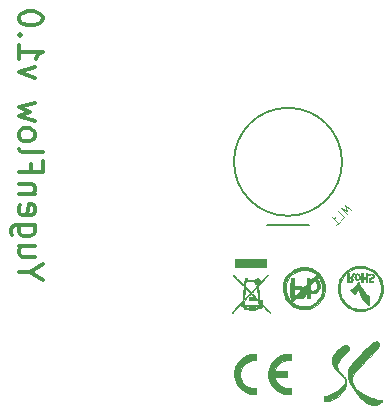
<source format=gbr>
G04 #@! TF.GenerationSoftware,KiCad,Pcbnew,5.1.9*
G04 #@! TF.CreationDate,2021-03-19T09:48:01+01:00*
G04 #@! TF.ProjectId,Y11025HL-WIFI,59313130-3235-4484-9c2d-574946492e6b,rev?*
G04 #@! TF.SameCoordinates,Original*
G04 #@! TF.FileFunction,Legend,Bot*
G04 #@! TF.FilePolarity,Positive*
%FSLAX45Y45*%
G04 Gerber Fmt 4.5, Leading zero omitted, Abs format (unit mm)*
G04 Created by KiCad (PCBNEW 5.1.9) date 2021-03-19 09:48:01*
%MOMM*%
%LPD*%
G01*
G04 APERTURE LIST*
%ADD10C,0.300000*%
%ADD11C,0.010000*%
%ADD12C,0.150000*%
%ADD13C,0.080000*%
G04 APERTURE END LIST*
D10*
X7817802Y-10936152D02*
X7722564Y-10936152D01*
X7922564Y-11002819D02*
X7817802Y-10936152D01*
X7922564Y-10869486D01*
X7855897Y-10717105D02*
X7722564Y-10717105D01*
X7855897Y-10802819D02*
X7751135Y-10802819D01*
X7732088Y-10793295D01*
X7722564Y-10774248D01*
X7722564Y-10745676D01*
X7732088Y-10726629D01*
X7741611Y-10717105D01*
X7855897Y-10536152D02*
X7693992Y-10536152D01*
X7674945Y-10545676D01*
X7665421Y-10555200D01*
X7655897Y-10574248D01*
X7655897Y-10602819D01*
X7665421Y-10621867D01*
X7732088Y-10536152D02*
X7722564Y-10555200D01*
X7722564Y-10593295D01*
X7732088Y-10612343D01*
X7741611Y-10621867D01*
X7760659Y-10631390D01*
X7817802Y-10631390D01*
X7836849Y-10621867D01*
X7846373Y-10612343D01*
X7855897Y-10593295D01*
X7855897Y-10555200D01*
X7846373Y-10536152D01*
X7732088Y-10364724D02*
X7722564Y-10383771D01*
X7722564Y-10421867D01*
X7732088Y-10440914D01*
X7751135Y-10450438D01*
X7827326Y-10450438D01*
X7846373Y-10440914D01*
X7855897Y-10421867D01*
X7855897Y-10383771D01*
X7846373Y-10364724D01*
X7827326Y-10355200D01*
X7808278Y-10355200D01*
X7789230Y-10450438D01*
X7855897Y-10269486D02*
X7722564Y-10269486D01*
X7836849Y-10269486D02*
X7846373Y-10259962D01*
X7855897Y-10240914D01*
X7855897Y-10212343D01*
X7846373Y-10193295D01*
X7827326Y-10183771D01*
X7722564Y-10183771D01*
X7827326Y-10021867D02*
X7827326Y-10088533D01*
X7722564Y-10088533D02*
X7922564Y-10088533D01*
X7922564Y-9993295D01*
X7722564Y-9888533D02*
X7732088Y-9907581D01*
X7751135Y-9917105D01*
X7922564Y-9917105D01*
X7722564Y-9783771D02*
X7732088Y-9802819D01*
X7741611Y-9812343D01*
X7760659Y-9821867D01*
X7817802Y-9821867D01*
X7836849Y-9812343D01*
X7846373Y-9802819D01*
X7855897Y-9783771D01*
X7855897Y-9755200D01*
X7846373Y-9736152D01*
X7836849Y-9726629D01*
X7817802Y-9717105D01*
X7760659Y-9717105D01*
X7741611Y-9726629D01*
X7732088Y-9736152D01*
X7722564Y-9755200D01*
X7722564Y-9783771D01*
X7855897Y-9650438D02*
X7722564Y-9612343D01*
X7817802Y-9574248D01*
X7722564Y-9536152D01*
X7855897Y-9498057D01*
X7855897Y-9288533D02*
X7722564Y-9240914D01*
X7855897Y-9193295D01*
X7722564Y-9012343D02*
X7722564Y-9126629D01*
X7722564Y-9069486D02*
X7922564Y-9069486D01*
X7893992Y-9088533D01*
X7874945Y-9107581D01*
X7865421Y-9126629D01*
X7741611Y-8926629D02*
X7732088Y-8917105D01*
X7722564Y-8926629D01*
X7732088Y-8936152D01*
X7741611Y-8926629D01*
X7722564Y-8926629D01*
X7922564Y-8793295D02*
X7922564Y-8774248D01*
X7913040Y-8755200D01*
X7903516Y-8745676D01*
X7884468Y-8736152D01*
X7846373Y-8726629D01*
X7798754Y-8726629D01*
X7760659Y-8736152D01*
X7741611Y-8745676D01*
X7732088Y-8755200D01*
X7722564Y-8774248D01*
X7722564Y-8793295D01*
X7732088Y-8812343D01*
X7741611Y-8821867D01*
X7760659Y-8831390D01*
X7798754Y-8840914D01*
X7846373Y-8840914D01*
X7884468Y-8831390D01*
X7903516Y-8821867D01*
X7913040Y-8812343D01*
X7922564Y-8793295D01*
D11*
G36*
X10328485Y-12026086D02*
G01*
X10354430Y-12021275D01*
X10380820Y-12011403D01*
X10406622Y-11997198D01*
X10430801Y-11979392D01*
X10452325Y-11958712D01*
X10470159Y-11935888D01*
X10479739Y-11919341D01*
X10485365Y-11907343D01*
X10488817Y-11897518D01*
X10490716Y-11887353D01*
X10491688Y-11874332D01*
X10491853Y-11870493D01*
X10491983Y-11857581D01*
X10491371Y-11847801D01*
X10490209Y-11841719D01*
X10488692Y-11839903D01*
X10487014Y-11842917D01*
X10485368Y-11851329D01*
X10485345Y-11851497D01*
X10479844Y-11870529D01*
X10468562Y-11890127D01*
X10451646Y-11910103D01*
X10429244Y-11930269D01*
X10414606Y-11941396D01*
X10384623Y-11959408D01*
X10351296Y-11972619D01*
X10327183Y-11978798D01*
X10315321Y-11982098D01*
X10308285Y-11986849D01*
X10304921Y-11994427D01*
X10304078Y-12006206D01*
X10304079Y-12006383D01*
X10304638Y-12017005D01*
X10307000Y-12023276D01*
X10312329Y-12026136D01*
X10321789Y-12026527D01*
X10328485Y-12026086D01*
G37*
X10328485Y-12026086D02*
X10354430Y-12021275D01*
X10380820Y-12011403D01*
X10406622Y-11997198D01*
X10430801Y-11979392D01*
X10452325Y-11958712D01*
X10470159Y-11935888D01*
X10479739Y-11919341D01*
X10485365Y-11907343D01*
X10488817Y-11897518D01*
X10490716Y-11887353D01*
X10491688Y-11874332D01*
X10491853Y-11870493D01*
X10491983Y-11857581D01*
X10491371Y-11847801D01*
X10490209Y-11841719D01*
X10488692Y-11839903D01*
X10487014Y-11842917D01*
X10485368Y-11851329D01*
X10485345Y-11851497D01*
X10479844Y-11870529D01*
X10468562Y-11890127D01*
X10451646Y-11910103D01*
X10429244Y-11930269D01*
X10414606Y-11941396D01*
X10384623Y-11959408D01*
X10351296Y-11972619D01*
X10327183Y-11978798D01*
X10315321Y-11982098D01*
X10308285Y-11986849D01*
X10304921Y-11994427D01*
X10304078Y-12006206D01*
X10304079Y-12006383D01*
X10304638Y-12017005D01*
X10307000Y-12023276D01*
X10312329Y-12026136D01*
X10321789Y-12026527D01*
X10328485Y-12026086D01*
G36*
X10483211Y-11828634D02*
G01*
X10481876Y-11825610D01*
X10477479Y-11819941D01*
X10469621Y-11811110D01*
X10457927Y-11798627D01*
X10445974Y-11785999D01*
X10437399Y-11776720D01*
X10431462Y-11769808D01*
X10427422Y-11764282D01*
X10424540Y-11759159D01*
X10422076Y-11753457D01*
X10420171Y-11748507D01*
X10415747Y-11733659D01*
X10415128Y-11720589D01*
X10418319Y-11706569D01*
X10420252Y-11701157D01*
X10427981Y-11685020D01*
X10439108Y-11668976D01*
X10454302Y-11652195D01*
X10474236Y-11633848D01*
X10475654Y-11632630D01*
X10493372Y-11616344D01*
X10505822Y-11602145D01*
X10513179Y-11589650D01*
X10515618Y-11578477D01*
X10513314Y-11568243D01*
X10508461Y-11560815D01*
X10498890Y-11553554D01*
X10486828Y-11551634D01*
X10472177Y-11555046D01*
X10466892Y-11557278D01*
X10456894Y-11563175D01*
X10444414Y-11572387D01*
X10430857Y-11583691D01*
X10417629Y-11595862D01*
X10406135Y-11607677D01*
X10398633Y-11616721D01*
X10384241Y-11640329D01*
X10375824Y-11663807D01*
X10373381Y-11687163D01*
X10376911Y-11710406D01*
X10386415Y-11733544D01*
X10391325Y-11741892D01*
X10399079Y-11752741D01*
X10409329Y-11765147D01*
X10421264Y-11778323D01*
X10434067Y-11791481D01*
X10446926Y-11803833D01*
X10459025Y-11814591D01*
X10469551Y-11822967D01*
X10477690Y-11828173D01*
X10481886Y-11829527D01*
X10483211Y-11828634D01*
G37*
X10483211Y-11828634D02*
X10481876Y-11825610D01*
X10477479Y-11819941D01*
X10469621Y-11811110D01*
X10457927Y-11798627D01*
X10445974Y-11785999D01*
X10437399Y-11776720D01*
X10431462Y-11769808D01*
X10427422Y-11764282D01*
X10424540Y-11759159D01*
X10422076Y-11753457D01*
X10420171Y-11748507D01*
X10415747Y-11733659D01*
X10415128Y-11720589D01*
X10418319Y-11706569D01*
X10420252Y-11701157D01*
X10427981Y-11685020D01*
X10439108Y-11668976D01*
X10454302Y-11652195D01*
X10474236Y-11633848D01*
X10475654Y-11632630D01*
X10493372Y-11616344D01*
X10505822Y-11602145D01*
X10513179Y-11589650D01*
X10515618Y-11578477D01*
X10513314Y-11568243D01*
X10508461Y-11560815D01*
X10498890Y-11553554D01*
X10486828Y-11551634D01*
X10472177Y-11555046D01*
X10466892Y-11557278D01*
X10456894Y-11563175D01*
X10444414Y-11572387D01*
X10430857Y-11583691D01*
X10417629Y-11595862D01*
X10406135Y-11607677D01*
X10398633Y-11616721D01*
X10384241Y-11640329D01*
X10375824Y-11663807D01*
X10373381Y-11687163D01*
X10376911Y-11710406D01*
X10386415Y-11733544D01*
X10391325Y-11741892D01*
X10399079Y-11752741D01*
X10409329Y-11765147D01*
X10421264Y-11778323D01*
X10434067Y-11791481D01*
X10446926Y-11803833D01*
X10459025Y-11814591D01*
X10469551Y-11822967D01*
X10477690Y-11828173D01*
X10481886Y-11829527D01*
X10483211Y-11828634D01*
G36*
X10749141Y-12058925D02*
G01*
X10756441Y-12057046D01*
X10764225Y-12053458D01*
X10767364Y-12051778D01*
X10778064Y-12044934D01*
X10786857Y-12037426D01*
X10792933Y-12030210D01*
X10795481Y-12024237D01*
X10793893Y-12020581D01*
X10787624Y-12018426D01*
X10782151Y-12017824D01*
X10772059Y-12016658D01*
X10757785Y-12013537D01*
X10740635Y-12008864D01*
X10721918Y-12003042D01*
X10702942Y-11996476D01*
X10685015Y-11989567D01*
X10671586Y-11983731D01*
X10634038Y-11964258D01*
X10602278Y-11943486D01*
X10576252Y-11921370D01*
X10555904Y-11897866D01*
X10547495Y-11884988D01*
X10540282Y-11866902D01*
X10538696Y-11847162D01*
X10542686Y-11825970D01*
X10552197Y-11803530D01*
X10567176Y-11780042D01*
X10578854Y-11765429D01*
X10583458Y-11760487D01*
X10591507Y-11752280D01*
X10602130Y-11741678D01*
X10614457Y-11729551D01*
X10625192Y-11719111D01*
X10655270Y-11689848D01*
X10681178Y-11664234D01*
X10703195Y-11641933D01*
X10721603Y-11622606D01*
X10736682Y-11605916D01*
X10748713Y-11591525D01*
X10757976Y-11579096D01*
X10764753Y-11568289D01*
X10769322Y-11558768D01*
X10771966Y-11550195D01*
X10772964Y-11542231D01*
X10772988Y-11541162D01*
X10770365Y-11532126D01*
X10763355Y-11524613D01*
X10753546Y-11520242D01*
X10752196Y-11519996D01*
X10745332Y-11519784D01*
X10737954Y-11521719D01*
X10728332Y-11526367D01*
X10722386Y-11529741D01*
X10712270Y-11536756D01*
X10698931Y-11547695D01*
X10682999Y-11561914D01*
X10665104Y-11578770D01*
X10645879Y-11597618D01*
X10625953Y-11617817D01*
X10605958Y-11638722D01*
X10586525Y-11659689D01*
X10568284Y-11680076D01*
X10551866Y-11699238D01*
X10537903Y-11716533D01*
X10533197Y-11722714D01*
X10518834Y-11746199D01*
X10509327Y-11771141D01*
X10504924Y-11796533D01*
X10505868Y-11821368D01*
X10507330Y-11828993D01*
X10516044Y-11856566D01*
X10529377Y-11885614D01*
X10546575Y-11915195D01*
X10566884Y-11944370D01*
X10589550Y-11972198D01*
X10613820Y-11997736D01*
X10638941Y-12020045D01*
X10664158Y-12038184D01*
X10683415Y-12048834D01*
X10696091Y-12054159D01*
X10707858Y-12057263D01*
X10721635Y-12058832D01*
X10727410Y-12059143D01*
X10740179Y-12059493D01*
X10749141Y-12058925D01*
G37*
X10749141Y-12058925D02*
X10756441Y-12057046D01*
X10764225Y-12053458D01*
X10767364Y-12051778D01*
X10778064Y-12044934D01*
X10786857Y-12037426D01*
X10792933Y-12030210D01*
X10795481Y-12024237D01*
X10793893Y-12020581D01*
X10787624Y-12018426D01*
X10782151Y-12017824D01*
X10772059Y-12016658D01*
X10757785Y-12013537D01*
X10740635Y-12008864D01*
X10721918Y-12003042D01*
X10702942Y-11996476D01*
X10685015Y-11989567D01*
X10671586Y-11983731D01*
X10634038Y-11964258D01*
X10602278Y-11943486D01*
X10576252Y-11921370D01*
X10555904Y-11897866D01*
X10547495Y-11884988D01*
X10540282Y-11866902D01*
X10538696Y-11847162D01*
X10542686Y-11825970D01*
X10552197Y-11803530D01*
X10567176Y-11780042D01*
X10578854Y-11765429D01*
X10583458Y-11760487D01*
X10591507Y-11752280D01*
X10602130Y-11741678D01*
X10614457Y-11729551D01*
X10625192Y-11719111D01*
X10655270Y-11689848D01*
X10681178Y-11664234D01*
X10703195Y-11641933D01*
X10721603Y-11622606D01*
X10736682Y-11605916D01*
X10748713Y-11591525D01*
X10757976Y-11579096D01*
X10764753Y-11568289D01*
X10769322Y-11558768D01*
X10771966Y-11550195D01*
X10772964Y-11542231D01*
X10772988Y-11541162D01*
X10770365Y-11532126D01*
X10763355Y-11524613D01*
X10753546Y-11520242D01*
X10752196Y-11519996D01*
X10745332Y-11519784D01*
X10737954Y-11521719D01*
X10728332Y-11526367D01*
X10722386Y-11529741D01*
X10712270Y-11536756D01*
X10698931Y-11547695D01*
X10682999Y-11561914D01*
X10665104Y-11578770D01*
X10645879Y-11597618D01*
X10625953Y-11617817D01*
X10605958Y-11638722D01*
X10586525Y-11659689D01*
X10568284Y-11680076D01*
X10551866Y-11699238D01*
X10537903Y-11716533D01*
X10533197Y-11722714D01*
X10518834Y-11746199D01*
X10509327Y-11771141D01*
X10504924Y-11796533D01*
X10505868Y-11821368D01*
X10507330Y-11828993D01*
X10516044Y-11856566D01*
X10529377Y-11885614D01*
X10546575Y-11915195D01*
X10566884Y-11944370D01*
X10589550Y-11972198D01*
X10613820Y-11997736D01*
X10638941Y-12020045D01*
X10664158Y-12038184D01*
X10683415Y-12048834D01*
X10696091Y-12054159D01*
X10707858Y-12057263D01*
X10721635Y-12058832D01*
X10727410Y-12059143D01*
X10740179Y-12059493D01*
X10749141Y-12058925D01*
G36*
X9743288Y-11021988D02*
G01*
X9747715Y-11018151D01*
X9749239Y-11013486D01*
X9747849Y-11008831D01*
X9743532Y-11005023D01*
X9743513Y-11005012D01*
X9740713Y-11003626D01*
X9738819Y-11003682D01*
X9736132Y-11005367D01*
X9735350Y-11005916D01*
X9732388Y-11009527D01*
X9731711Y-11013863D01*
X9732909Y-11018091D01*
X9735569Y-11021377D01*
X9739280Y-11022889D01*
X9743288Y-11021988D01*
G37*
X9743288Y-11021988D02*
X9747715Y-11018151D01*
X9749239Y-11013486D01*
X9747849Y-11008831D01*
X9743532Y-11005023D01*
X9743513Y-11005012D01*
X9740713Y-11003626D01*
X9738819Y-11003682D01*
X9736132Y-11005367D01*
X9735350Y-11005916D01*
X9732388Y-11009527D01*
X9731711Y-11013863D01*
X9732909Y-11018091D01*
X9735569Y-11021377D01*
X9739280Y-11022889D01*
X9743288Y-11021988D01*
G36*
X9846411Y-11277515D02*
G01*
X9846699Y-11276481D01*
X9846733Y-11275445D01*
X9846538Y-11273574D01*
X9845783Y-11271485D01*
X9844216Y-11268878D01*
X9841585Y-11265447D01*
X9837637Y-11260893D01*
X9832120Y-11254911D01*
X9824781Y-11247200D01*
X9815367Y-11237457D01*
X9812867Y-11234881D01*
X9779000Y-11200012D01*
X9779000Y-11167533D01*
X9768840Y-11167533D01*
X9763479Y-11167341D01*
X9759794Y-11166841D01*
X9758671Y-11166263D01*
X9758514Y-11164325D01*
X9758076Y-11159430D01*
X9757393Y-11151991D01*
X9756505Y-11142422D01*
X9755450Y-11131139D01*
X9754266Y-11118554D01*
X9753613Y-11111653D01*
X9752367Y-11098336D01*
X9751232Y-11085908D01*
X9750246Y-11074823D01*
X9749449Y-11065535D01*
X9748881Y-11058499D01*
X9748580Y-11054167D01*
X9748543Y-11053200D01*
X9748818Y-11051515D01*
X9749802Y-11049348D01*
X9751713Y-11046441D01*
X9754770Y-11042536D01*
X9759190Y-11037373D01*
X9765191Y-11030693D01*
X9772991Y-11022239D01*
X9782809Y-11011751D01*
X9789114Y-11005058D01*
X9800388Y-10993055D01*
X9809465Y-10983266D01*
X9816519Y-10975486D01*
X9821725Y-10969512D01*
X9825257Y-10965140D01*
X9827290Y-10962165D01*
X9827998Y-10960383D01*
X9827853Y-10959794D01*
X9825223Y-10957837D01*
X9824089Y-10957571D01*
X9822437Y-10958762D01*
X9818837Y-10962098D01*
X9813636Y-10967233D01*
X9807179Y-10973820D01*
X9799814Y-10981513D01*
X9795102Y-10986518D01*
X9786519Y-10995670D01*
X9779955Y-11002585D01*
X9775127Y-11007507D01*
X9771748Y-11010680D01*
X9769536Y-11012349D01*
X9768206Y-11012758D01*
X9767472Y-11012151D01*
X9767051Y-11010774D01*
X9767022Y-11010637D01*
X9763697Y-11001447D01*
X9758320Y-10994328D01*
X9751447Y-10989471D01*
X9743633Y-10987067D01*
X9735435Y-10987308D01*
X9727407Y-10990386D01*
X9721555Y-10994945D01*
X9716607Y-10999893D01*
X9653693Y-10999893D01*
X9653693Y-10986170D01*
X9635913Y-10987193D01*
X9635364Y-10993945D01*
X9634656Y-10998715D01*
X9633591Y-11002072D01*
X9633313Y-11002507D01*
X9632671Y-11004678D01*
X9631839Y-11009415D01*
X9630915Y-11015909D01*
X9629997Y-11023354D01*
X9629185Y-11030939D01*
X9628577Y-11037858D01*
X9628271Y-11043301D01*
X9628258Y-11043920D01*
X9627116Y-11043329D01*
X9623881Y-11040547D01*
X9618808Y-11035821D01*
X9612154Y-11029401D01*
X9604174Y-11021532D01*
X9595125Y-11012463D01*
X9585262Y-11002441D01*
X9583806Y-11000951D01*
X9572390Y-10989262D01*
X9563096Y-10979791D01*
X9555688Y-10972325D01*
X9549929Y-10966653D01*
X9545582Y-10962564D01*
X9542408Y-10959845D01*
X9540171Y-10958286D01*
X9538634Y-10957675D01*
X9537559Y-10957800D01*
X9536709Y-10958449D01*
X9536450Y-10958728D01*
X9534859Y-10960832D01*
X9534884Y-10962660D01*
X9536850Y-10965161D01*
X9539567Y-10967831D01*
X9542179Y-10970421D01*
X9546824Y-10975112D01*
X9553177Y-10981574D01*
X9560913Y-10989476D01*
X9569709Y-10998487D01*
X9579240Y-11008276D01*
X9586342Y-11015585D01*
X9624538Y-11054927D01*
X9637558Y-11054927D01*
X9639573Y-11032913D01*
X9640330Y-11024740D01*
X9640977Y-11017940D01*
X9641453Y-11013141D01*
X9641698Y-11010965D01*
X9641714Y-11010900D01*
X9712742Y-11010900D01*
X9713212Y-11013440D01*
X9727636Y-11013440D01*
X9728862Y-11007896D01*
X9732246Y-11003859D01*
X9736743Y-11000721D01*
X9740799Y-11000132D01*
X9745786Y-11001806D01*
X9750399Y-11005593D01*
X9752747Y-11011092D01*
X9752402Y-11017174D01*
X9751998Y-11018300D01*
X9748469Y-11023050D01*
X9743181Y-11026233D01*
X9739221Y-11026987D01*
X9735043Y-11025515D01*
X9731105Y-11021835D01*
X9728353Y-11017053D01*
X9727636Y-11013440D01*
X9713212Y-11013440D01*
X9713840Y-11016827D01*
X9717045Y-11025991D01*
X9722715Y-11033186D01*
X9729318Y-11037441D01*
X9734209Y-11040101D01*
X9736389Y-11042766D01*
X9736658Y-11044423D01*
X9735415Y-11047196D01*
X9731709Y-11052242D01*
X9725562Y-11059535D01*
X9716995Y-11069046D01*
X9711230Y-11075247D01*
X9703748Y-11083151D01*
X9696998Y-11090147D01*
X9691336Y-11095878D01*
X9687115Y-11099987D01*
X9684689Y-11102120D01*
X9684289Y-11102340D01*
X9682701Y-11101169D01*
X9679177Y-11097906D01*
X9674103Y-11092928D01*
X9667861Y-11086614D01*
X9660836Y-11079339D01*
X9660163Y-11078633D01*
X9637558Y-11054927D01*
X9624538Y-11054927D01*
X9627058Y-11057523D01*
X9622503Y-11112951D01*
X9621382Y-11126438D01*
X9620319Y-11138948D01*
X9619352Y-11150056D01*
X9618520Y-11159332D01*
X9618280Y-11161878D01*
X9628847Y-11161878D01*
X9628914Y-11160204D01*
X9629233Y-11155680D01*
X9629760Y-11148829D01*
X9630452Y-11140174D01*
X9631265Y-11130239D01*
X9632153Y-11119548D01*
X9633075Y-11108622D01*
X9633984Y-11097987D01*
X9634838Y-11088164D01*
X9635592Y-11079679D01*
X9636203Y-11073053D01*
X9636626Y-11068810D01*
X9636772Y-11067627D01*
X9637927Y-11068498D01*
X9641046Y-11071439D01*
X9645747Y-11076077D01*
X9651652Y-11082038D01*
X9657221Y-11087748D01*
X9663832Y-11094684D01*
X9669485Y-11100827D01*
X9673807Y-11105753D01*
X9676423Y-11109040D01*
X9677035Y-11110210D01*
X9677001Y-11110254D01*
X9690431Y-11110254D01*
X9696192Y-11103576D01*
X9700001Y-11099288D01*
X9705042Y-11093793D01*
X9710877Y-11087548D01*
X9717066Y-11081010D01*
X9723173Y-11074637D01*
X9728756Y-11068887D01*
X9733379Y-11064218D01*
X9736602Y-11061087D01*
X9737987Y-11059952D01*
X9738002Y-11059958D01*
X9738274Y-11061693D01*
X9738816Y-11066393D01*
X9739584Y-11073652D01*
X9740539Y-11083061D01*
X9741637Y-11094213D01*
X9742838Y-11106701D01*
X9743476Y-11113441D01*
X9744683Y-11126452D01*
X9745756Y-11138334D01*
X9746658Y-11148682D01*
X9747358Y-11157088D01*
X9747819Y-11163145D01*
X9748007Y-11166446D01*
X9747987Y-11166937D01*
X9746713Y-11165926D01*
X9743388Y-11162833D01*
X9738345Y-11157981D01*
X9731919Y-11151693D01*
X9724442Y-11144291D01*
X9718972Y-11138832D01*
X9690431Y-11110254D01*
X9677001Y-11110254D01*
X9675797Y-11111830D01*
X9672693Y-11115393D01*
X9668136Y-11120455D01*
X9662538Y-11126576D01*
X9656312Y-11133312D01*
X9649870Y-11140221D01*
X9643624Y-11146861D01*
X9637988Y-11152790D01*
X9633373Y-11157564D01*
X9630192Y-11160743D01*
X9628858Y-11161883D01*
X9628847Y-11161878D01*
X9618280Y-11161878D01*
X9617859Y-11166350D01*
X9617409Y-11170682D01*
X9617253Y-11171824D01*
X9616819Y-11172931D01*
X9615759Y-11174600D01*
X9613901Y-11177021D01*
X9611071Y-11180386D01*
X9607098Y-11184883D01*
X9601808Y-11190704D01*
X9595028Y-11198040D01*
X9586585Y-11207079D01*
X9576307Y-11218013D01*
X9564021Y-11231033D01*
X9550902Y-11244903D01*
X9543012Y-11253289D01*
X9537190Y-11259645D01*
X9533141Y-11264361D01*
X9530568Y-11267831D01*
X9529174Y-11270447D01*
X9528663Y-11272602D01*
X9528695Y-11274306D01*
X9528916Y-11275605D01*
X9529422Y-11276315D01*
X9530433Y-11276229D01*
X9532172Y-11275144D01*
X9534861Y-11272854D01*
X9538721Y-11269155D01*
X9543975Y-11263843D01*
X9550843Y-11256712D01*
X9559548Y-11247558D01*
X9570311Y-11236175D01*
X9572413Y-11233949D01*
X9582175Y-11223620D01*
X9591169Y-11214120D01*
X9599140Y-11205718D01*
X9605832Y-11198682D01*
X9610990Y-11193282D01*
X9614358Y-11189786D01*
X9615679Y-11188463D01*
X9615689Y-11188459D01*
X9615613Y-11190130D01*
X9615322Y-11194301D01*
X9614879Y-11200095D01*
X9614842Y-11200553D01*
X9613900Y-11212407D01*
X9608397Y-11212937D01*
X9606827Y-11213253D01*
X9623975Y-11213253D01*
X9625711Y-11194622D01*
X9627447Y-11175990D01*
X9655277Y-11146362D01*
X9663087Y-11138090D01*
X9670132Y-11130708D01*
X9676082Y-11124555D01*
X9680609Y-11119970D01*
X9683382Y-11117292D01*
X9684098Y-11116733D01*
X9685591Y-11117868D01*
X9688989Y-11120975D01*
X9693823Y-11125612D01*
X9699624Y-11131335D01*
X9701107Y-11132820D01*
X9717126Y-11148907D01*
X9670627Y-11148907D01*
X9670627Y-11169227D01*
X9726507Y-11169227D01*
X9726507Y-11158326D01*
X9736667Y-11168380D01*
X9746827Y-11178434D01*
X9746827Y-11179070D01*
X9760373Y-11179070D01*
X9761343Y-11176780D01*
X9764724Y-11176011D01*
X9765453Y-11176000D01*
X9768532Y-11176206D01*
X9770020Y-11177427D01*
X9770495Y-11180562D01*
X9770533Y-11183937D01*
X9770533Y-11191874D01*
X9765453Y-11187007D01*
X9762233Y-11183221D01*
X9760480Y-11179798D01*
X9760373Y-11179070D01*
X9746827Y-11179070D01*
X9746827Y-11189070D01*
X9747035Y-11195254D01*
X9747740Y-11198617D01*
X9749062Y-11199702D01*
X9749189Y-11199707D01*
X9751043Y-11201319D01*
X9752142Y-11205947D01*
X9752197Y-11206480D01*
X9752843Y-11213253D01*
X9623975Y-11213253D01*
X9606827Y-11213253D01*
X9604579Y-11213706D01*
X9603099Y-11215680D01*
X9602893Y-11218441D01*
X9603349Y-11221999D01*
X9605390Y-11223287D01*
X9607608Y-11223413D01*
X9611865Y-11224517D01*
X9612334Y-11225047D01*
X9624907Y-11225047D01*
X9626325Y-11223719D01*
X9628293Y-11223413D01*
X9631114Y-11224601D01*
X9631680Y-11226860D01*
X9631231Y-11229232D01*
X9629270Y-11228987D01*
X9628293Y-11228493D01*
X9625614Y-11226422D01*
X9624907Y-11225047D01*
X9612334Y-11225047D01*
X9615200Y-11228286D01*
X9615328Y-11228500D01*
X9618760Y-11232600D01*
X9623588Y-11236518D01*
X9623965Y-11236752D01*
X9648613Y-11236752D01*
X9648613Y-11223413D01*
X9700467Y-11223413D01*
X9715110Y-11223426D01*
X9726696Y-11223478D01*
X9735553Y-11223585D01*
X9742011Y-11223765D01*
X9746400Y-11224036D01*
X9749047Y-11224415D01*
X9750283Y-11224920D01*
X9750436Y-11225569D01*
X9750121Y-11226065D01*
X9745434Y-11229833D01*
X9738068Y-11233406D01*
X9729047Y-11236357D01*
X9722848Y-11237915D01*
X9719228Y-11238425D01*
X9717517Y-11237801D01*
X9717048Y-11235960D01*
X9717059Y-11234843D01*
X9716998Y-11233324D01*
X9716339Y-11232261D01*
X9714559Y-11231557D01*
X9711133Y-11231115D01*
X9705538Y-11230839D01*
X9697251Y-11230631D01*
X9693910Y-11230562D01*
X9670627Y-11230091D01*
X9670627Y-11235060D01*
X9670153Y-11238592D01*
X9668416Y-11239531D01*
X9667663Y-11239430D01*
X9664242Y-11238857D01*
X9659058Y-11238110D01*
X9656657Y-11237791D01*
X9648613Y-11236752D01*
X9623965Y-11236752D01*
X9624993Y-11237390D01*
X9629130Y-11240371D01*
X9630464Y-11242040D01*
X9680787Y-11242040D01*
X9682361Y-11241185D01*
X9686620Y-11240590D01*
X9692862Y-11240348D01*
X9693387Y-11240347D01*
X9699612Y-11240559D01*
X9704432Y-11241121D01*
X9706923Y-11241916D01*
X9707033Y-11242040D01*
X9706040Y-11242942D01*
X9701923Y-11243518D01*
X9694932Y-11243733D01*
X9694433Y-11243733D01*
X9687689Y-11243537D01*
X9682945Y-11242999D01*
X9680837Y-11242200D01*
X9680787Y-11242040D01*
X9630464Y-11242040D01*
X9631454Y-11243278D01*
X9631667Y-11244157D01*
X9632259Y-11245926D01*
X9634530Y-11246829D01*
X9639248Y-11247122D01*
X9640570Y-11247130D01*
X9647762Y-11247423D01*
X9655190Y-11248192D01*
X9662002Y-11249291D01*
X9667341Y-11250578D01*
X9670354Y-11251906D01*
X9670633Y-11252211D01*
X9672577Y-11252835D01*
X9677018Y-11253262D01*
X9683216Y-11253501D01*
X9690433Y-11253563D01*
X9697929Y-11253457D01*
X9704964Y-11253195D01*
X9710800Y-11252785D01*
X9714697Y-11252237D01*
X9715929Y-11251596D01*
X9717257Y-11250574D01*
X9721176Y-11249057D01*
X9726971Y-11247303D01*
X9730180Y-11246460D01*
X9738067Y-11244129D01*
X9745268Y-11241381D01*
X9750565Y-11238690D01*
X9751201Y-11238263D01*
X9755860Y-11235447D01*
X9759110Y-11234863D01*
X9760540Y-11235356D01*
X9766529Y-11236997D01*
X9772214Y-11235953D01*
X9776751Y-11232681D01*
X9779294Y-11227635D01*
X9779564Y-11225102D01*
X9778062Y-11219534D01*
X9774217Y-11214821D01*
X9769026Y-11211971D01*
X9766206Y-11211560D01*
X9763403Y-11211100D01*
X9762257Y-11209060D01*
X9762067Y-11205633D01*
X9762686Y-11201132D01*
X9764402Y-11199707D01*
X9766105Y-11200875D01*
X9769873Y-11204194D01*
X9775414Y-11209382D01*
X9782435Y-11216158D01*
X9790644Y-11224240D01*
X9799749Y-11233347D01*
X9806735Y-11240423D01*
X9817516Y-11251385D01*
X9826165Y-11260129D01*
X9832916Y-11266860D01*
X9838004Y-11271785D01*
X9841663Y-11275107D01*
X9844128Y-11277033D01*
X9845632Y-11277767D01*
X9846411Y-11277515D01*
G37*
X9846411Y-11277515D02*
X9846699Y-11276481D01*
X9846733Y-11275445D01*
X9846538Y-11273574D01*
X9845783Y-11271485D01*
X9844216Y-11268878D01*
X9841585Y-11265447D01*
X9837637Y-11260893D01*
X9832120Y-11254911D01*
X9824781Y-11247200D01*
X9815367Y-11237457D01*
X9812867Y-11234881D01*
X9779000Y-11200012D01*
X9779000Y-11167533D01*
X9768840Y-11167533D01*
X9763479Y-11167341D01*
X9759794Y-11166841D01*
X9758671Y-11166263D01*
X9758514Y-11164325D01*
X9758076Y-11159430D01*
X9757393Y-11151991D01*
X9756505Y-11142422D01*
X9755450Y-11131139D01*
X9754266Y-11118554D01*
X9753613Y-11111653D01*
X9752367Y-11098336D01*
X9751232Y-11085908D01*
X9750246Y-11074823D01*
X9749449Y-11065535D01*
X9748881Y-11058499D01*
X9748580Y-11054167D01*
X9748543Y-11053200D01*
X9748818Y-11051515D01*
X9749802Y-11049348D01*
X9751713Y-11046441D01*
X9754770Y-11042536D01*
X9759190Y-11037373D01*
X9765191Y-11030693D01*
X9772991Y-11022239D01*
X9782809Y-11011751D01*
X9789114Y-11005058D01*
X9800388Y-10993055D01*
X9809465Y-10983266D01*
X9816519Y-10975486D01*
X9821725Y-10969512D01*
X9825257Y-10965140D01*
X9827290Y-10962165D01*
X9827998Y-10960383D01*
X9827853Y-10959794D01*
X9825223Y-10957837D01*
X9824089Y-10957571D01*
X9822437Y-10958762D01*
X9818837Y-10962098D01*
X9813636Y-10967233D01*
X9807179Y-10973820D01*
X9799814Y-10981513D01*
X9795102Y-10986518D01*
X9786519Y-10995670D01*
X9779955Y-11002585D01*
X9775127Y-11007507D01*
X9771748Y-11010680D01*
X9769536Y-11012349D01*
X9768206Y-11012758D01*
X9767472Y-11012151D01*
X9767051Y-11010774D01*
X9767022Y-11010637D01*
X9763697Y-11001447D01*
X9758320Y-10994328D01*
X9751447Y-10989471D01*
X9743633Y-10987067D01*
X9735435Y-10987308D01*
X9727407Y-10990386D01*
X9721555Y-10994945D01*
X9716607Y-10999893D01*
X9653693Y-10999893D01*
X9653693Y-10986170D01*
X9635913Y-10987193D01*
X9635364Y-10993945D01*
X9634656Y-10998715D01*
X9633591Y-11002072D01*
X9633313Y-11002507D01*
X9632671Y-11004678D01*
X9631839Y-11009415D01*
X9630915Y-11015909D01*
X9629997Y-11023354D01*
X9629185Y-11030939D01*
X9628577Y-11037858D01*
X9628271Y-11043301D01*
X9628258Y-11043920D01*
X9627116Y-11043329D01*
X9623881Y-11040547D01*
X9618808Y-11035821D01*
X9612154Y-11029401D01*
X9604174Y-11021532D01*
X9595125Y-11012463D01*
X9585262Y-11002441D01*
X9583806Y-11000951D01*
X9572390Y-10989262D01*
X9563096Y-10979791D01*
X9555688Y-10972325D01*
X9549929Y-10966653D01*
X9545582Y-10962564D01*
X9542408Y-10959845D01*
X9540171Y-10958286D01*
X9538634Y-10957675D01*
X9537559Y-10957800D01*
X9536709Y-10958449D01*
X9536450Y-10958728D01*
X9534859Y-10960832D01*
X9534884Y-10962660D01*
X9536850Y-10965161D01*
X9539567Y-10967831D01*
X9542179Y-10970421D01*
X9546824Y-10975112D01*
X9553177Y-10981574D01*
X9560913Y-10989476D01*
X9569709Y-10998487D01*
X9579240Y-11008276D01*
X9586342Y-11015585D01*
X9624538Y-11054927D01*
X9637558Y-11054927D01*
X9639573Y-11032913D01*
X9640330Y-11024740D01*
X9640977Y-11017940D01*
X9641453Y-11013141D01*
X9641698Y-11010965D01*
X9641714Y-11010900D01*
X9712742Y-11010900D01*
X9713212Y-11013440D01*
X9727636Y-11013440D01*
X9728862Y-11007896D01*
X9732246Y-11003859D01*
X9736743Y-11000721D01*
X9740799Y-11000132D01*
X9745786Y-11001806D01*
X9750399Y-11005593D01*
X9752747Y-11011092D01*
X9752402Y-11017174D01*
X9751998Y-11018300D01*
X9748469Y-11023050D01*
X9743181Y-11026233D01*
X9739221Y-11026987D01*
X9735043Y-11025515D01*
X9731105Y-11021835D01*
X9728353Y-11017053D01*
X9727636Y-11013440D01*
X9713212Y-11013440D01*
X9713840Y-11016827D01*
X9717045Y-11025991D01*
X9722715Y-11033186D01*
X9729318Y-11037441D01*
X9734209Y-11040101D01*
X9736389Y-11042766D01*
X9736658Y-11044423D01*
X9735415Y-11047196D01*
X9731709Y-11052242D01*
X9725562Y-11059535D01*
X9716995Y-11069046D01*
X9711230Y-11075247D01*
X9703748Y-11083151D01*
X9696998Y-11090147D01*
X9691336Y-11095878D01*
X9687115Y-11099987D01*
X9684689Y-11102120D01*
X9684289Y-11102340D01*
X9682701Y-11101169D01*
X9679177Y-11097906D01*
X9674103Y-11092928D01*
X9667861Y-11086614D01*
X9660836Y-11079339D01*
X9660163Y-11078633D01*
X9637558Y-11054927D01*
X9624538Y-11054927D01*
X9627058Y-11057523D01*
X9622503Y-11112951D01*
X9621382Y-11126438D01*
X9620319Y-11138948D01*
X9619352Y-11150056D01*
X9618520Y-11159332D01*
X9618280Y-11161878D01*
X9628847Y-11161878D01*
X9628914Y-11160204D01*
X9629233Y-11155680D01*
X9629760Y-11148829D01*
X9630452Y-11140174D01*
X9631265Y-11130239D01*
X9632153Y-11119548D01*
X9633075Y-11108622D01*
X9633984Y-11097987D01*
X9634838Y-11088164D01*
X9635592Y-11079679D01*
X9636203Y-11073053D01*
X9636626Y-11068810D01*
X9636772Y-11067627D01*
X9637927Y-11068498D01*
X9641046Y-11071439D01*
X9645747Y-11076077D01*
X9651652Y-11082038D01*
X9657221Y-11087748D01*
X9663832Y-11094684D01*
X9669485Y-11100827D01*
X9673807Y-11105753D01*
X9676423Y-11109040D01*
X9677035Y-11110210D01*
X9677001Y-11110254D01*
X9690431Y-11110254D01*
X9696192Y-11103576D01*
X9700001Y-11099288D01*
X9705042Y-11093793D01*
X9710877Y-11087548D01*
X9717066Y-11081010D01*
X9723173Y-11074637D01*
X9728756Y-11068887D01*
X9733379Y-11064218D01*
X9736602Y-11061087D01*
X9737987Y-11059952D01*
X9738002Y-11059958D01*
X9738274Y-11061693D01*
X9738816Y-11066393D01*
X9739584Y-11073652D01*
X9740539Y-11083061D01*
X9741637Y-11094213D01*
X9742838Y-11106701D01*
X9743476Y-11113441D01*
X9744683Y-11126452D01*
X9745756Y-11138334D01*
X9746658Y-11148682D01*
X9747358Y-11157088D01*
X9747819Y-11163145D01*
X9748007Y-11166446D01*
X9747987Y-11166937D01*
X9746713Y-11165926D01*
X9743388Y-11162833D01*
X9738345Y-11157981D01*
X9731919Y-11151693D01*
X9724442Y-11144291D01*
X9718972Y-11138832D01*
X9690431Y-11110254D01*
X9677001Y-11110254D01*
X9675797Y-11111830D01*
X9672693Y-11115393D01*
X9668136Y-11120455D01*
X9662538Y-11126576D01*
X9656312Y-11133312D01*
X9649870Y-11140221D01*
X9643624Y-11146861D01*
X9637988Y-11152790D01*
X9633373Y-11157564D01*
X9630192Y-11160743D01*
X9628858Y-11161883D01*
X9628847Y-11161878D01*
X9618280Y-11161878D01*
X9617859Y-11166350D01*
X9617409Y-11170682D01*
X9617253Y-11171824D01*
X9616819Y-11172931D01*
X9615759Y-11174600D01*
X9613901Y-11177021D01*
X9611071Y-11180386D01*
X9607098Y-11184883D01*
X9601808Y-11190704D01*
X9595028Y-11198040D01*
X9586585Y-11207079D01*
X9576307Y-11218013D01*
X9564021Y-11231033D01*
X9550902Y-11244903D01*
X9543012Y-11253289D01*
X9537190Y-11259645D01*
X9533141Y-11264361D01*
X9530568Y-11267831D01*
X9529174Y-11270447D01*
X9528663Y-11272602D01*
X9528695Y-11274306D01*
X9528916Y-11275605D01*
X9529422Y-11276315D01*
X9530433Y-11276229D01*
X9532172Y-11275144D01*
X9534861Y-11272854D01*
X9538721Y-11269155D01*
X9543975Y-11263843D01*
X9550843Y-11256712D01*
X9559548Y-11247558D01*
X9570311Y-11236175D01*
X9572413Y-11233949D01*
X9582175Y-11223620D01*
X9591169Y-11214120D01*
X9599140Y-11205718D01*
X9605832Y-11198682D01*
X9610990Y-11193282D01*
X9614358Y-11189786D01*
X9615679Y-11188463D01*
X9615689Y-11188459D01*
X9615613Y-11190130D01*
X9615322Y-11194301D01*
X9614879Y-11200095D01*
X9614842Y-11200553D01*
X9613900Y-11212407D01*
X9608397Y-11212937D01*
X9606827Y-11213253D01*
X9623975Y-11213253D01*
X9625711Y-11194622D01*
X9627447Y-11175990D01*
X9655277Y-11146362D01*
X9663087Y-11138090D01*
X9670132Y-11130708D01*
X9676082Y-11124555D01*
X9680609Y-11119970D01*
X9683382Y-11117292D01*
X9684098Y-11116733D01*
X9685591Y-11117868D01*
X9688989Y-11120975D01*
X9693823Y-11125612D01*
X9699624Y-11131335D01*
X9701107Y-11132820D01*
X9717126Y-11148907D01*
X9670627Y-11148907D01*
X9670627Y-11169227D01*
X9726507Y-11169227D01*
X9726507Y-11158326D01*
X9736667Y-11168380D01*
X9746827Y-11178434D01*
X9746827Y-11179070D01*
X9760373Y-11179070D01*
X9761343Y-11176780D01*
X9764724Y-11176011D01*
X9765453Y-11176000D01*
X9768532Y-11176206D01*
X9770020Y-11177427D01*
X9770495Y-11180562D01*
X9770533Y-11183937D01*
X9770533Y-11191874D01*
X9765453Y-11187007D01*
X9762233Y-11183221D01*
X9760480Y-11179798D01*
X9760373Y-11179070D01*
X9746827Y-11179070D01*
X9746827Y-11189070D01*
X9747035Y-11195254D01*
X9747740Y-11198617D01*
X9749062Y-11199702D01*
X9749189Y-11199707D01*
X9751043Y-11201319D01*
X9752142Y-11205947D01*
X9752197Y-11206480D01*
X9752843Y-11213253D01*
X9623975Y-11213253D01*
X9606827Y-11213253D01*
X9604579Y-11213706D01*
X9603099Y-11215680D01*
X9602893Y-11218441D01*
X9603349Y-11221999D01*
X9605390Y-11223287D01*
X9607608Y-11223413D01*
X9611865Y-11224517D01*
X9612334Y-11225047D01*
X9624907Y-11225047D01*
X9626325Y-11223719D01*
X9628293Y-11223413D01*
X9631114Y-11224601D01*
X9631680Y-11226860D01*
X9631231Y-11229232D01*
X9629270Y-11228987D01*
X9628293Y-11228493D01*
X9625614Y-11226422D01*
X9624907Y-11225047D01*
X9612334Y-11225047D01*
X9615200Y-11228286D01*
X9615328Y-11228500D01*
X9618760Y-11232600D01*
X9623588Y-11236518D01*
X9623965Y-11236752D01*
X9648613Y-11236752D01*
X9648613Y-11223413D01*
X9700467Y-11223413D01*
X9715110Y-11223426D01*
X9726696Y-11223478D01*
X9735553Y-11223585D01*
X9742011Y-11223765D01*
X9746400Y-11224036D01*
X9749047Y-11224415D01*
X9750283Y-11224920D01*
X9750436Y-11225569D01*
X9750121Y-11226065D01*
X9745434Y-11229833D01*
X9738068Y-11233406D01*
X9729047Y-11236357D01*
X9722848Y-11237915D01*
X9719228Y-11238425D01*
X9717517Y-11237801D01*
X9717048Y-11235960D01*
X9717059Y-11234843D01*
X9716998Y-11233324D01*
X9716339Y-11232261D01*
X9714559Y-11231557D01*
X9711133Y-11231115D01*
X9705538Y-11230839D01*
X9697251Y-11230631D01*
X9693910Y-11230562D01*
X9670627Y-11230091D01*
X9670627Y-11235060D01*
X9670153Y-11238592D01*
X9668416Y-11239531D01*
X9667663Y-11239430D01*
X9664242Y-11238857D01*
X9659058Y-11238110D01*
X9656657Y-11237791D01*
X9648613Y-11236752D01*
X9623965Y-11236752D01*
X9624993Y-11237390D01*
X9629130Y-11240371D01*
X9630464Y-11242040D01*
X9680787Y-11242040D01*
X9682361Y-11241185D01*
X9686620Y-11240590D01*
X9692862Y-11240348D01*
X9693387Y-11240347D01*
X9699612Y-11240559D01*
X9704432Y-11241121D01*
X9706923Y-11241916D01*
X9707033Y-11242040D01*
X9706040Y-11242942D01*
X9701923Y-11243518D01*
X9694932Y-11243733D01*
X9694433Y-11243733D01*
X9687689Y-11243537D01*
X9682945Y-11242999D01*
X9680837Y-11242200D01*
X9680787Y-11242040D01*
X9630464Y-11242040D01*
X9631454Y-11243278D01*
X9631667Y-11244157D01*
X9632259Y-11245926D01*
X9634530Y-11246829D01*
X9639248Y-11247122D01*
X9640570Y-11247130D01*
X9647762Y-11247423D01*
X9655190Y-11248192D01*
X9662002Y-11249291D01*
X9667341Y-11250578D01*
X9670354Y-11251906D01*
X9670633Y-11252211D01*
X9672577Y-11252835D01*
X9677018Y-11253262D01*
X9683216Y-11253501D01*
X9690433Y-11253563D01*
X9697929Y-11253457D01*
X9704964Y-11253195D01*
X9710800Y-11252785D01*
X9714697Y-11252237D01*
X9715929Y-11251596D01*
X9717257Y-11250574D01*
X9721176Y-11249057D01*
X9726971Y-11247303D01*
X9730180Y-11246460D01*
X9738067Y-11244129D01*
X9745268Y-11241381D01*
X9750565Y-11238690D01*
X9751201Y-11238263D01*
X9755860Y-11235447D01*
X9759110Y-11234863D01*
X9760540Y-11235356D01*
X9766529Y-11236997D01*
X9772214Y-11235953D01*
X9776751Y-11232681D01*
X9779294Y-11227635D01*
X9779564Y-11225102D01*
X9778062Y-11219534D01*
X9774217Y-11214821D01*
X9769026Y-11211971D01*
X9766206Y-11211560D01*
X9763403Y-11211100D01*
X9762257Y-11209060D01*
X9762067Y-11205633D01*
X9762686Y-11201132D01*
X9764402Y-11199707D01*
X9766105Y-11200875D01*
X9769873Y-11204194D01*
X9775414Y-11209382D01*
X9782435Y-11216158D01*
X9790644Y-11224240D01*
X9799749Y-11233347D01*
X9806735Y-11240423D01*
X9817516Y-11251385D01*
X9826165Y-11260129D01*
X9832916Y-11266860D01*
X9838004Y-11271785D01*
X9841663Y-11275107D01*
X9844128Y-11277033D01*
X9845632Y-11277767D01*
X9846411Y-11277515D01*
G36*
X9817947Y-10827173D02*
G01*
X9553787Y-10827173D01*
X9553787Y-10891520D01*
X9817947Y-10891520D01*
X9817947Y-10827173D01*
G37*
X9817947Y-10827173D02*
X9553787Y-10827173D01*
X9553787Y-10891520D01*
X9817947Y-10891520D01*
X9817947Y-10827173D01*
G36*
X10143426Y-11248925D02*
G01*
X10173456Y-11245148D01*
X10200963Y-11237035D01*
X10226335Y-11224412D01*
X10249957Y-11207109D01*
X10261581Y-11196301D01*
X10281366Y-11173429D01*
X10296380Y-11149008D01*
X10306797Y-11122650D01*
X10312788Y-11093970D01*
X10314205Y-11078146D01*
X10313446Y-11048639D01*
X10307922Y-11020734D01*
X10297587Y-10994316D01*
X10282395Y-10969275D01*
X10262303Y-10945495D01*
X10260330Y-10943491D01*
X10241333Y-10926309D01*
X10222230Y-10913212D01*
X10201607Y-10903374D01*
X10179545Y-10896354D01*
X10161603Y-10893145D01*
X10140994Y-10891782D01*
X10119778Y-10892259D01*
X10100018Y-10894566D01*
X10090192Y-10896699D01*
X10061970Y-10906720D01*
X10036406Y-10920831D01*
X10013824Y-10938613D01*
X9994545Y-10959644D01*
X9978892Y-10983505D01*
X9967186Y-11009775D01*
X9959751Y-11038034D01*
X9957254Y-11064221D01*
X9980805Y-11064221D01*
X9983720Y-11038534D01*
X9986890Y-11026140D01*
X9997150Y-11000920D01*
X10011229Y-10978375D01*
X10028598Y-10958792D01*
X10048729Y-10942459D01*
X10071094Y-10929662D01*
X10095164Y-10920689D01*
X10120411Y-10915826D01*
X10146307Y-10915362D01*
X10172323Y-10919582D01*
X10179321Y-10921569D01*
X10195197Y-10927548D01*
X10211419Y-10935432D01*
X10225974Y-10944174D01*
X10233660Y-10949879D01*
X10242550Y-10957262D01*
X10231506Y-10968556D01*
X10223054Y-10976099D01*
X10215335Y-10980215D01*
X10210001Y-10981523D01*
X10200898Y-10984249D01*
X10192333Y-10988731D01*
X10191376Y-10989423D01*
X10183212Y-10995650D01*
X10182401Y-10989940D01*
X10181069Y-10986198D01*
X10177507Y-10984557D01*
X10171430Y-10984230D01*
X10161270Y-10984230D01*
X10160551Y-11009800D01*
X10159833Y-11035369D01*
X10146439Y-11048596D01*
X10139491Y-11055458D01*
X10182860Y-11055458D01*
X10183216Y-11051046D01*
X10184711Y-11046933D01*
X10187983Y-11042225D01*
X10193670Y-11036026D01*
X10202413Y-11027443D01*
X10203815Y-11026097D01*
X10212266Y-11018125D01*
X10219395Y-11011633D01*
X10224405Y-11007332D01*
X10226449Y-11005920D01*
X10229003Y-11007617D01*
X10233259Y-11011956D01*
X10234519Y-11013415D01*
X10240857Y-11024458D01*
X10244262Y-11038014D01*
X10244744Y-11052562D01*
X10242313Y-11066581D01*
X10236981Y-11078551D01*
X10234029Y-11082434D01*
X10225174Y-11089222D01*
X10215439Y-11091671D01*
X10205661Y-11090222D01*
X10196679Y-11085317D01*
X10189329Y-11077397D01*
X10184448Y-11066903D01*
X10182860Y-11055458D01*
X10139491Y-11055458D01*
X10133046Y-11061823D01*
X10121758Y-11057743D01*
X10113543Y-11055707D01*
X10101466Y-11053955D01*
X10086744Y-11052645D01*
X10079426Y-11052235D01*
X10048382Y-11050807D01*
X10047676Y-11017519D01*
X10046970Y-10984230D01*
X10021570Y-10984230D01*
X10020900Y-11068914D01*
X10020726Y-11091866D01*
X10020653Y-11104880D01*
X10048240Y-11104880D01*
X10048240Y-11076940D01*
X10076815Y-11076979D01*
X10088577Y-11077165D01*
X10098588Y-11077638D01*
X10105680Y-11078324D01*
X10108539Y-11079018D01*
X10107928Y-11081307D01*
X10104196Y-11086174D01*
X10098091Y-11092907D01*
X10090359Y-11100791D01*
X10081747Y-11109112D01*
X10073004Y-11117156D01*
X10064876Y-11124208D01*
X10058109Y-11129555D01*
X10053452Y-11132482D01*
X10052245Y-11132820D01*
X10050465Y-11132138D01*
X10049293Y-11129537D01*
X10048612Y-11124188D01*
X10048301Y-11115261D01*
X10048240Y-11104880D01*
X10020653Y-11104880D01*
X10020622Y-11110254D01*
X10020617Y-11124594D01*
X10020713Y-11133155D01*
X10090150Y-11133155D01*
X10107920Y-11116679D01*
X10115621Y-11109690D01*
X10121819Y-11104351D01*
X10125670Y-11101373D01*
X10126498Y-11101012D01*
X10126613Y-11103780D01*
X10125850Y-11109545D01*
X10125631Y-11110755D01*
X10121388Y-11121145D01*
X10113365Y-11128274D01*
X10101911Y-11131840D01*
X10101195Y-11131926D01*
X10090150Y-11133155D01*
X10020713Y-11133155D01*
X10020739Y-11135404D01*
X10021014Y-11143199D01*
X10021470Y-11148495D01*
X10022135Y-11151809D01*
X10023037Y-11153656D01*
X10024203Y-11154553D01*
X10025499Y-11154975D01*
X10028654Y-11156096D01*
X10028800Y-11157897D01*
X10025696Y-11161631D01*
X10023851Y-11163571D01*
X10016935Y-11170789D01*
X10010794Y-11162600D01*
X9997408Y-11140707D01*
X9987829Y-11116331D01*
X9982235Y-11090494D01*
X9980805Y-11064221D01*
X9957254Y-11064221D01*
X9956907Y-11067862D01*
X9956887Y-11070590D01*
X9958391Y-11096061D01*
X9963200Y-11119580D01*
X9971763Y-11143054D01*
X9976097Y-11152365D01*
X9986502Y-11169580D01*
X10000554Y-11187044D01*
X10001248Y-11187738D01*
X10032830Y-11187738D01*
X10064603Y-11155680D01*
X10087852Y-11155680D01*
X10106559Y-11154848D01*
X10121162Y-11152139D01*
X10132391Y-11147237D01*
X10140978Y-11139823D01*
X10147570Y-11129746D01*
X10150758Y-11119956D01*
X10152283Y-11107761D01*
X10152011Y-11095563D01*
X10150010Y-11086278D01*
X10149064Y-11081119D01*
X10151454Y-11076643D01*
X10153820Y-11074240D01*
X10160000Y-11068435D01*
X10160000Y-11155958D01*
X10184130Y-11154410D01*
X10184130Y-11101070D01*
X10195560Y-11106992D01*
X10204448Y-11110774D01*
X10212883Y-11111997D01*
X10220430Y-11111610D01*
X10235024Y-11108533D01*
X10246658Y-11102006D01*
X10256574Y-11091283D01*
X10258244Y-11088890D01*
X10265138Y-11074651D01*
X10268654Y-11058338D01*
X10268908Y-11041169D01*
X10266019Y-11024360D01*
X10260105Y-11009128D01*
X10251283Y-10996689D01*
X10249111Y-10994581D01*
X10243715Y-10989698D01*
X10250676Y-10982432D01*
X10257637Y-10975166D01*
X10262249Y-10980968D01*
X10266218Y-10986750D01*
X10270900Y-10994633D01*
X10272831Y-10998200D01*
X10281788Y-11020054D01*
X10287505Y-11044313D01*
X10289804Y-11069428D01*
X10288504Y-11093846D01*
X10285625Y-11108684D01*
X10276505Y-11133892D01*
X10263068Y-11157160D01*
X10245885Y-11177913D01*
X10225533Y-11195577D01*
X10202586Y-11209578D01*
X10177617Y-11219341D01*
X10173964Y-11220345D01*
X10157313Y-11223248D01*
X10138193Y-11224304D01*
X10118647Y-11223550D01*
X10100720Y-11221022D01*
X10092323Y-11218898D01*
X10078849Y-11214444D01*
X10068136Y-11209976D01*
X10057970Y-11204436D01*
X10046250Y-11196838D01*
X10032830Y-11187738D01*
X10001248Y-11187738D01*
X10017038Y-11203538D01*
X10034737Y-11217841D01*
X10052050Y-11228539D01*
X10079792Y-11240322D01*
X10107636Y-11247159D01*
X10136104Y-11249167D01*
X10143426Y-11248925D01*
G37*
X10143426Y-11248925D02*
X10173456Y-11245148D01*
X10200963Y-11237035D01*
X10226335Y-11224412D01*
X10249957Y-11207109D01*
X10261581Y-11196301D01*
X10281366Y-11173429D01*
X10296380Y-11149008D01*
X10306797Y-11122650D01*
X10312788Y-11093970D01*
X10314205Y-11078146D01*
X10313446Y-11048639D01*
X10307922Y-11020734D01*
X10297587Y-10994316D01*
X10282395Y-10969275D01*
X10262303Y-10945495D01*
X10260330Y-10943491D01*
X10241333Y-10926309D01*
X10222230Y-10913212D01*
X10201607Y-10903374D01*
X10179545Y-10896354D01*
X10161603Y-10893145D01*
X10140994Y-10891782D01*
X10119778Y-10892259D01*
X10100018Y-10894566D01*
X10090192Y-10896699D01*
X10061970Y-10906720D01*
X10036406Y-10920831D01*
X10013824Y-10938613D01*
X9994545Y-10959644D01*
X9978892Y-10983505D01*
X9967186Y-11009775D01*
X9959751Y-11038034D01*
X9957254Y-11064221D01*
X9980805Y-11064221D01*
X9983720Y-11038534D01*
X9986890Y-11026140D01*
X9997150Y-11000920D01*
X10011229Y-10978375D01*
X10028598Y-10958792D01*
X10048729Y-10942459D01*
X10071094Y-10929662D01*
X10095164Y-10920689D01*
X10120411Y-10915826D01*
X10146307Y-10915362D01*
X10172323Y-10919582D01*
X10179321Y-10921569D01*
X10195197Y-10927548D01*
X10211419Y-10935432D01*
X10225974Y-10944174D01*
X10233660Y-10949879D01*
X10242550Y-10957262D01*
X10231506Y-10968556D01*
X10223054Y-10976099D01*
X10215335Y-10980215D01*
X10210001Y-10981523D01*
X10200898Y-10984249D01*
X10192333Y-10988731D01*
X10191376Y-10989423D01*
X10183212Y-10995650D01*
X10182401Y-10989940D01*
X10181069Y-10986198D01*
X10177507Y-10984557D01*
X10171430Y-10984230D01*
X10161270Y-10984230D01*
X10160551Y-11009800D01*
X10159833Y-11035369D01*
X10146439Y-11048596D01*
X10139491Y-11055458D01*
X10182860Y-11055458D01*
X10183216Y-11051046D01*
X10184711Y-11046933D01*
X10187983Y-11042225D01*
X10193670Y-11036026D01*
X10202413Y-11027443D01*
X10203815Y-11026097D01*
X10212266Y-11018125D01*
X10219395Y-11011633D01*
X10224405Y-11007332D01*
X10226449Y-11005920D01*
X10229003Y-11007617D01*
X10233259Y-11011956D01*
X10234519Y-11013415D01*
X10240857Y-11024458D01*
X10244262Y-11038014D01*
X10244744Y-11052562D01*
X10242313Y-11066581D01*
X10236981Y-11078551D01*
X10234029Y-11082434D01*
X10225174Y-11089222D01*
X10215439Y-11091671D01*
X10205661Y-11090222D01*
X10196679Y-11085317D01*
X10189329Y-11077397D01*
X10184448Y-11066903D01*
X10182860Y-11055458D01*
X10139491Y-11055458D01*
X10133046Y-11061823D01*
X10121758Y-11057743D01*
X10113543Y-11055707D01*
X10101466Y-11053955D01*
X10086744Y-11052645D01*
X10079426Y-11052235D01*
X10048382Y-11050807D01*
X10047676Y-11017519D01*
X10046970Y-10984230D01*
X10021570Y-10984230D01*
X10020900Y-11068914D01*
X10020726Y-11091866D01*
X10020653Y-11104880D01*
X10048240Y-11104880D01*
X10048240Y-11076940D01*
X10076815Y-11076979D01*
X10088577Y-11077165D01*
X10098588Y-11077638D01*
X10105680Y-11078324D01*
X10108539Y-11079018D01*
X10107928Y-11081307D01*
X10104196Y-11086174D01*
X10098091Y-11092907D01*
X10090359Y-11100791D01*
X10081747Y-11109112D01*
X10073004Y-11117156D01*
X10064876Y-11124208D01*
X10058109Y-11129555D01*
X10053452Y-11132482D01*
X10052245Y-11132820D01*
X10050465Y-11132138D01*
X10049293Y-11129537D01*
X10048612Y-11124188D01*
X10048301Y-11115261D01*
X10048240Y-11104880D01*
X10020653Y-11104880D01*
X10020622Y-11110254D01*
X10020617Y-11124594D01*
X10020713Y-11133155D01*
X10090150Y-11133155D01*
X10107920Y-11116679D01*
X10115621Y-11109690D01*
X10121819Y-11104351D01*
X10125670Y-11101373D01*
X10126498Y-11101012D01*
X10126613Y-11103780D01*
X10125850Y-11109545D01*
X10125631Y-11110755D01*
X10121388Y-11121145D01*
X10113365Y-11128274D01*
X10101911Y-11131840D01*
X10101195Y-11131926D01*
X10090150Y-11133155D01*
X10020713Y-11133155D01*
X10020739Y-11135404D01*
X10021014Y-11143199D01*
X10021470Y-11148495D01*
X10022135Y-11151809D01*
X10023037Y-11153656D01*
X10024203Y-11154553D01*
X10025499Y-11154975D01*
X10028654Y-11156096D01*
X10028800Y-11157897D01*
X10025696Y-11161631D01*
X10023851Y-11163571D01*
X10016935Y-11170789D01*
X10010794Y-11162600D01*
X9997408Y-11140707D01*
X9987829Y-11116331D01*
X9982235Y-11090494D01*
X9980805Y-11064221D01*
X9957254Y-11064221D01*
X9956907Y-11067862D01*
X9956887Y-11070590D01*
X9958391Y-11096061D01*
X9963200Y-11119580D01*
X9971763Y-11143054D01*
X9976097Y-11152365D01*
X9986502Y-11169580D01*
X10000554Y-11187044D01*
X10001248Y-11187738D01*
X10032830Y-11187738D01*
X10064603Y-11155680D01*
X10087852Y-11155680D01*
X10106559Y-11154848D01*
X10121162Y-11152139D01*
X10132391Y-11147237D01*
X10140978Y-11139823D01*
X10147570Y-11129746D01*
X10150758Y-11119956D01*
X10152283Y-11107761D01*
X10152011Y-11095563D01*
X10150010Y-11086278D01*
X10149064Y-11081119D01*
X10151454Y-11076643D01*
X10153820Y-11074240D01*
X10160000Y-11068435D01*
X10160000Y-11155958D01*
X10184130Y-11154410D01*
X10184130Y-11101070D01*
X10195560Y-11106992D01*
X10204448Y-11110774D01*
X10212883Y-11111997D01*
X10220430Y-11111610D01*
X10235024Y-11108533D01*
X10246658Y-11102006D01*
X10256574Y-11091283D01*
X10258244Y-11088890D01*
X10265138Y-11074651D01*
X10268654Y-11058338D01*
X10268908Y-11041169D01*
X10266019Y-11024360D01*
X10260105Y-11009128D01*
X10251283Y-10996689D01*
X10249111Y-10994581D01*
X10243715Y-10989698D01*
X10250676Y-10982432D01*
X10257637Y-10975166D01*
X10262249Y-10980968D01*
X10266218Y-10986750D01*
X10270900Y-10994633D01*
X10272831Y-10998200D01*
X10281788Y-11020054D01*
X10287505Y-11044313D01*
X10289804Y-11069428D01*
X10288504Y-11093846D01*
X10285625Y-11108684D01*
X10276505Y-11133892D01*
X10263068Y-11157160D01*
X10245885Y-11177913D01*
X10225533Y-11195577D01*
X10202586Y-11209578D01*
X10177617Y-11219341D01*
X10173964Y-11220345D01*
X10157313Y-11223248D01*
X10138193Y-11224304D01*
X10118647Y-11223550D01*
X10100720Y-11221022D01*
X10092323Y-11218898D01*
X10078849Y-11214444D01*
X10068136Y-11209976D01*
X10057970Y-11204436D01*
X10046250Y-11196838D01*
X10032830Y-11187738D01*
X10001248Y-11187738D01*
X10017038Y-11203538D01*
X10034737Y-11217841D01*
X10052050Y-11228539D01*
X10079792Y-11240322D01*
X10107636Y-11247159D01*
X10136104Y-11249167D01*
X10143426Y-11248925D01*
G36*
X10683021Y-11215929D02*
G01*
X10683556Y-11213920D01*
X10683965Y-11208834D01*
X10684237Y-11200976D01*
X10684364Y-11190652D01*
X10684334Y-11178170D01*
X10684326Y-11177252D01*
X10683984Y-11139593D01*
X10669895Y-11126047D01*
X10655125Y-11110382D01*
X10640408Y-11091970D01*
X10626179Y-11071429D01*
X10612877Y-11049377D01*
X10604332Y-11033337D01*
X10600747Y-11026310D01*
X10597720Y-11020544D01*
X10595564Y-11016623D01*
X10594595Y-11015134D01*
X10594588Y-11015133D01*
X10593182Y-11016249D01*
X10591464Y-11018097D01*
X10589270Y-11020952D01*
X10585923Y-11025647D01*
X10582130Y-11031190D01*
X10581952Y-11031457D01*
X10576283Y-11039185D01*
X10569136Y-11047536D01*
X10560158Y-11056883D01*
X10548995Y-11067603D01*
X10541000Y-11074942D01*
X10526607Y-11087979D01*
X10535289Y-11096130D01*
X10542173Y-11102294D01*
X10549230Y-11108101D01*
X10555903Y-11113144D01*
X10561635Y-11117021D01*
X10565870Y-11119326D01*
X10567785Y-11119770D01*
X10569411Y-11118099D01*
X10572024Y-11113861D01*
X10575312Y-11107617D01*
X10578964Y-11099927D01*
X10579593Y-11098530D01*
X10583314Y-11090560D01*
X10586648Y-11084108D01*
X10589309Y-11079689D01*
X10591008Y-11077816D01*
X10591151Y-11077787D01*
X10592741Y-11079238D01*
X10595306Y-11083176D01*
X10598476Y-11088982D01*
X10601474Y-11095143D01*
X10611799Y-11116964D01*
X10621294Y-11135890D01*
X10630163Y-11152256D01*
X10638605Y-11166393D01*
X10646823Y-11178635D01*
X10655018Y-11189313D01*
X10663391Y-11198761D01*
X10665695Y-11201130D01*
X10671626Y-11206920D01*
X10676786Y-11211601D01*
X10680688Y-11214753D01*
X10682840Y-11215959D01*
X10683021Y-11215929D01*
G37*
X10683021Y-11215929D02*
X10683556Y-11213920D01*
X10683965Y-11208834D01*
X10684237Y-11200976D01*
X10684364Y-11190652D01*
X10684334Y-11178170D01*
X10684326Y-11177252D01*
X10683984Y-11139593D01*
X10669895Y-11126047D01*
X10655125Y-11110382D01*
X10640408Y-11091970D01*
X10626179Y-11071429D01*
X10612877Y-11049377D01*
X10604332Y-11033337D01*
X10600747Y-11026310D01*
X10597720Y-11020544D01*
X10595564Y-11016623D01*
X10594595Y-11015134D01*
X10594588Y-11015133D01*
X10593182Y-11016249D01*
X10591464Y-11018097D01*
X10589270Y-11020952D01*
X10585923Y-11025647D01*
X10582130Y-11031190D01*
X10581952Y-11031457D01*
X10576283Y-11039185D01*
X10569136Y-11047536D01*
X10560158Y-11056883D01*
X10548995Y-11067603D01*
X10541000Y-11074942D01*
X10526607Y-11087979D01*
X10535289Y-11096130D01*
X10542173Y-11102294D01*
X10549230Y-11108101D01*
X10555903Y-11113144D01*
X10561635Y-11117021D01*
X10565870Y-11119326D01*
X10567785Y-11119770D01*
X10569411Y-11118099D01*
X10572024Y-11113861D01*
X10575312Y-11107617D01*
X10578964Y-11099927D01*
X10579593Y-11098530D01*
X10583314Y-11090560D01*
X10586648Y-11084108D01*
X10589309Y-11079689D01*
X10591008Y-11077816D01*
X10591151Y-11077787D01*
X10592741Y-11079238D01*
X10595306Y-11083176D01*
X10598476Y-11088982D01*
X10601474Y-11095143D01*
X10611799Y-11116964D01*
X10621294Y-11135890D01*
X10630163Y-11152256D01*
X10638605Y-11166393D01*
X10646823Y-11178635D01*
X10655018Y-11189313D01*
X10663391Y-11198761D01*
X10665695Y-11201130D01*
X10671626Y-11206920D01*
X10676786Y-11211601D01*
X10680688Y-11214753D01*
X10682840Y-11215959D01*
X10683021Y-11215929D01*
G36*
X10715127Y-11018621D02*
G01*
X10716357Y-11018319D01*
X10721008Y-11016915D01*
X10723212Y-11015262D01*
X10723857Y-11012537D01*
X10723880Y-11011365D01*
X10723537Y-11007925D01*
X10722153Y-11007146D01*
X10720917Y-11007534D01*
X10711600Y-11010482D01*
X10703678Y-11011173D01*
X10697495Y-11009698D01*
X10693397Y-11006149D01*
X10691727Y-11000615D01*
X10691707Y-10999811D01*
X10692442Y-10996037D01*
X10694980Y-10993013D01*
X10699814Y-10990383D01*
X10707440Y-10987788D01*
X10708917Y-10987363D01*
X10717601Y-10983899D01*
X10723349Y-10979078D01*
X10726464Y-10972536D01*
X10727267Y-10965226D01*
X10727032Y-10959653D01*
X10725924Y-10956006D01*
X10723331Y-10952832D01*
X10721281Y-10950962D01*
X10717857Y-10948200D01*
X10714724Y-10946637D01*
X10710741Y-10945953D01*
X10704767Y-10945826D01*
X10703078Y-10945840D01*
X10696255Y-10946143D01*
X10690175Y-10946807D01*
X10686203Y-10947675D01*
X10682709Y-10949789D01*
X10681574Y-10953404D01*
X10681547Y-10954456D01*
X10682100Y-10958107D01*
X10683663Y-10958649D01*
X10686393Y-10957672D01*
X10691122Y-10956121D01*
X10694688Y-10954996D01*
X10703253Y-10953440D01*
X10710293Y-10954365D01*
X10715438Y-10957586D01*
X10718316Y-10962921D01*
X10718800Y-10966984D01*
X10717119Y-10970958D01*
X10712119Y-10974735D01*
X10703865Y-10978271D01*
X10700521Y-10979352D01*
X10691824Y-10982594D01*
X10686284Y-10986113D01*
X10685044Y-10987437D01*
X10682121Y-10993660D01*
X10681847Y-11000701D01*
X10683952Y-11007663D01*
X10688163Y-11013651D01*
X10694210Y-11017767D01*
X10694229Y-11017775D01*
X10700594Y-11019732D01*
X10707120Y-11020003D01*
X10715127Y-11018621D01*
G37*
X10715127Y-11018621D02*
X10716357Y-11018319D01*
X10721008Y-11016915D01*
X10723212Y-11015262D01*
X10723857Y-11012537D01*
X10723880Y-11011365D01*
X10723537Y-11007925D01*
X10722153Y-11007146D01*
X10720917Y-11007534D01*
X10711600Y-11010482D01*
X10703678Y-11011173D01*
X10697495Y-11009698D01*
X10693397Y-11006149D01*
X10691727Y-11000615D01*
X10691707Y-10999811D01*
X10692442Y-10996037D01*
X10694980Y-10993013D01*
X10699814Y-10990383D01*
X10707440Y-10987788D01*
X10708917Y-10987363D01*
X10717601Y-10983899D01*
X10723349Y-10979078D01*
X10726464Y-10972536D01*
X10727267Y-10965226D01*
X10727032Y-10959653D01*
X10725924Y-10956006D01*
X10723331Y-10952832D01*
X10721281Y-10950962D01*
X10717857Y-10948200D01*
X10714724Y-10946637D01*
X10710741Y-10945953D01*
X10704767Y-10945826D01*
X10703078Y-10945840D01*
X10696255Y-10946143D01*
X10690175Y-10946807D01*
X10686203Y-10947675D01*
X10682709Y-10949789D01*
X10681574Y-10953404D01*
X10681547Y-10954456D01*
X10682100Y-10958107D01*
X10683663Y-10958649D01*
X10686393Y-10957672D01*
X10691122Y-10956121D01*
X10694688Y-10954996D01*
X10703253Y-10953440D01*
X10710293Y-10954365D01*
X10715438Y-10957586D01*
X10718316Y-10962921D01*
X10718800Y-10966984D01*
X10717119Y-10970958D01*
X10712119Y-10974735D01*
X10703865Y-10978271D01*
X10700521Y-10979352D01*
X10691824Y-10982594D01*
X10686284Y-10986113D01*
X10685044Y-10987437D01*
X10682121Y-10993660D01*
X10681847Y-11000701D01*
X10683952Y-11007663D01*
X10688163Y-11013651D01*
X10694210Y-11017767D01*
X10694229Y-11017775D01*
X10700594Y-11019732D01*
X10707120Y-11020003D01*
X10715127Y-11018621D01*
G36*
X10632440Y-10989733D02*
G01*
X10657840Y-10989733D01*
X10657840Y-11018520D01*
X10668000Y-11018520D01*
X10668000Y-10945707D01*
X10657840Y-10945707D01*
X10657840Y-10979573D01*
X10632440Y-10979573D01*
X10632440Y-10945707D01*
X10622280Y-10945707D01*
X10622280Y-11018520D01*
X10632440Y-11018520D01*
X10632440Y-10989733D01*
G37*
X10632440Y-10989733D02*
X10657840Y-10989733D01*
X10657840Y-11018520D01*
X10668000Y-11018520D01*
X10668000Y-10945707D01*
X10657840Y-10945707D01*
X10657840Y-10979573D01*
X10632440Y-10979573D01*
X10632440Y-10945707D01*
X10622280Y-10945707D01*
X10622280Y-11018520D01*
X10632440Y-11018520D01*
X10632440Y-10989733D01*
G36*
X10594308Y-11000117D02*
G01*
X10600989Y-10995911D01*
X10605718Y-10989177D01*
X10608299Y-10980156D01*
X10608733Y-10973760D01*
X10607696Y-10963003D01*
X10604555Y-10954883D01*
X10599265Y-10949344D01*
X10591782Y-10946336D01*
X10585046Y-10945707D01*
X10578832Y-10946004D01*
X10574665Y-10947152D01*
X10571236Y-10949535D01*
X10570863Y-10949875D01*
X10566920Y-10954392D01*
X10564492Y-10959654D01*
X10563289Y-10966564D01*
X10563243Y-10967857D01*
X10573210Y-10967857D01*
X10573408Y-10963419D01*
X10574230Y-10960496D01*
X10575867Y-10958156D01*
X10577155Y-10956811D01*
X10580976Y-10953597D01*
X10584563Y-10952638D01*
X10589551Y-10953512D01*
X10589751Y-10953565D01*
X10594039Y-10956409D01*
X10596983Y-10962087D01*
X10598439Y-10970266D01*
X10598573Y-10974181D01*
X10597638Y-10983100D01*
X10594836Y-10989210D01*
X10590175Y-10992500D01*
X10586074Y-10993120D01*
X10580760Y-10992603D01*
X10577196Y-10990692D01*
X10575014Y-10986851D01*
X10573842Y-10980540D01*
X10573441Y-10974742D01*
X10573210Y-10967857D01*
X10563243Y-10967857D01*
X10563013Y-10974353D01*
X10564139Y-10984844D01*
X10567487Y-10992837D01*
X10573012Y-10998280D01*
X10580671Y-11001121D01*
X10585873Y-11001555D01*
X10594308Y-11000117D01*
G37*
X10594308Y-11000117D02*
X10600989Y-10995911D01*
X10605718Y-10989177D01*
X10608299Y-10980156D01*
X10608733Y-10973760D01*
X10607696Y-10963003D01*
X10604555Y-10954883D01*
X10599265Y-10949344D01*
X10591782Y-10946336D01*
X10585046Y-10945707D01*
X10578832Y-10946004D01*
X10574665Y-10947152D01*
X10571236Y-10949535D01*
X10570863Y-10949875D01*
X10566920Y-10954392D01*
X10564492Y-10959654D01*
X10563289Y-10966564D01*
X10563243Y-10967857D01*
X10573210Y-10967857D01*
X10573408Y-10963419D01*
X10574230Y-10960496D01*
X10575867Y-10958156D01*
X10577155Y-10956811D01*
X10580976Y-10953597D01*
X10584563Y-10952638D01*
X10589551Y-10953512D01*
X10589751Y-10953565D01*
X10594039Y-10956409D01*
X10596983Y-10962087D01*
X10598439Y-10970266D01*
X10598573Y-10974181D01*
X10597638Y-10983100D01*
X10594836Y-10989210D01*
X10590175Y-10992500D01*
X10586074Y-10993120D01*
X10580760Y-10992603D01*
X10577196Y-10990692D01*
X10575014Y-10986851D01*
X10573842Y-10980540D01*
X10573441Y-10974742D01*
X10573210Y-10967857D01*
X10563243Y-10967857D01*
X10563013Y-10974353D01*
X10564139Y-10984844D01*
X10567487Y-10992837D01*
X10573012Y-10998280D01*
X10580671Y-11001121D01*
X10585873Y-11001555D01*
X10594308Y-11000117D01*
G36*
X10527340Y-11018017D02*
G01*
X10535368Y-11016407D01*
X10541026Y-11013537D01*
X10544751Y-11009254D01*
X10545121Y-11008578D01*
X10547275Y-11001870D01*
X10547359Y-10994953D01*
X10545598Y-10988708D01*
X10542215Y-10984016D01*
X10538345Y-10981933D01*
X10535366Y-10981026D01*
X10535467Y-10979966D01*
X10537577Y-10978392D01*
X10539831Y-10975856D01*
X10543011Y-10971056D01*
X10546609Y-10964798D01*
X10548685Y-10960817D01*
X10556274Y-10945707D01*
X10550584Y-10945707D01*
X10547510Y-10945914D01*
X10545346Y-10946994D01*
X10543445Y-10949634D01*
X10541156Y-10954520D01*
X10540250Y-10956636D01*
X10536083Y-10965395D01*
X10532089Y-10971262D01*
X10527827Y-10974680D01*
X10522860Y-10976087D01*
X10520761Y-10976187D01*
X10513907Y-10976187D01*
X10513907Y-10945707D01*
X10509109Y-10945707D01*
X10505231Y-10946069D01*
X10503182Y-10946836D01*
X10502845Y-10948795D01*
X10502547Y-10953623D01*
X10502306Y-10960801D01*
X10502138Y-10969812D01*
X10502058Y-10980137D01*
X10502053Y-10983242D01*
X10502053Y-11010053D01*
X10513907Y-11010053D01*
X10513907Y-10984223D01*
X10522689Y-10985066D01*
X10529210Y-10986241D01*
X10533363Y-10988471D01*
X10534542Y-10989703D01*
X10537286Y-10995221D01*
X10537059Y-11000614D01*
X10534242Y-11005282D01*
X10529217Y-11008625D01*
X10522366Y-11010041D01*
X10521604Y-11010053D01*
X10513907Y-11010053D01*
X10502053Y-11010053D01*
X10502053Y-11018520D01*
X10516501Y-11018520D01*
X10527340Y-11018017D01*
G37*
X10527340Y-11018017D02*
X10535368Y-11016407D01*
X10541026Y-11013537D01*
X10544751Y-11009254D01*
X10545121Y-11008578D01*
X10547275Y-11001870D01*
X10547359Y-10994953D01*
X10545598Y-10988708D01*
X10542215Y-10984016D01*
X10538345Y-10981933D01*
X10535366Y-10981026D01*
X10535467Y-10979966D01*
X10537577Y-10978392D01*
X10539831Y-10975856D01*
X10543011Y-10971056D01*
X10546609Y-10964798D01*
X10548685Y-10960817D01*
X10556274Y-10945707D01*
X10550584Y-10945707D01*
X10547510Y-10945914D01*
X10545346Y-10946994D01*
X10543445Y-10949634D01*
X10541156Y-10954520D01*
X10540250Y-10956636D01*
X10536083Y-10965395D01*
X10532089Y-10971262D01*
X10527827Y-10974680D01*
X10522860Y-10976087D01*
X10520761Y-10976187D01*
X10513907Y-10976187D01*
X10513907Y-10945707D01*
X10509109Y-10945707D01*
X10505231Y-10946069D01*
X10503182Y-10946836D01*
X10502845Y-10948795D01*
X10502547Y-10953623D01*
X10502306Y-10960801D01*
X10502138Y-10969812D01*
X10502058Y-10980137D01*
X10502053Y-10983242D01*
X10502053Y-11010053D01*
X10513907Y-11010053D01*
X10513907Y-10984223D01*
X10522689Y-10985066D01*
X10529210Y-10986241D01*
X10533363Y-10988471D01*
X10534542Y-10989703D01*
X10537286Y-10995221D01*
X10537059Y-11000614D01*
X10534242Y-11005282D01*
X10529217Y-11008625D01*
X10522366Y-11010041D01*
X10521604Y-11010053D01*
X10513907Y-11010053D01*
X10502053Y-11010053D01*
X10502053Y-11018520D01*
X10516501Y-11018520D01*
X10527340Y-11018017D01*
G36*
X10623576Y-11262980D02*
G01*
X10632389Y-11262832D01*
X10639301Y-11262490D01*
X10645055Y-11261883D01*
X10650395Y-11260943D01*
X10656064Y-11259601D01*
X10659943Y-11258571D01*
X10684632Y-11250195D01*
X10707542Y-11238976D01*
X10728557Y-11224988D01*
X10747561Y-11208307D01*
X10761191Y-11193133D01*
X10770982Y-11179487D01*
X10780291Y-11163650D01*
X10788512Y-11146814D01*
X10795040Y-11130174D01*
X10797843Y-11120967D01*
X10799499Y-11114451D01*
X10800694Y-11108753D01*
X10801502Y-11103095D01*
X10801997Y-11096700D01*
X10802252Y-11088792D01*
X10802342Y-11078594D01*
X10802348Y-11073553D01*
X10802305Y-11062188D01*
X10802127Y-11053432D01*
X10801739Y-11046509D01*
X10801069Y-11040642D01*
X10800042Y-11035054D01*
X10798584Y-11028969D01*
X10797843Y-11026140D01*
X10792888Y-11010955D01*
X10786027Y-10994798D01*
X10777838Y-10978819D01*
X10768900Y-10964169D01*
X10761803Y-10954434D01*
X10744798Y-10935900D01*
X10725502Y-10919776D01*
X10704144Y-10906209D01*
X10680952Y-10895345D01*
X10658175Y-10887861D01*
X10649374Y-10886121D01*
X10638151Y-10884801D01*
X10625446Y-10883929D01*
X10612202Y-10883533D01*
X10599359Y-10883642D01*
X10587860Y-10884284D01*
X10578771Y-10885463D01*
X10554175Y-10891811D01*
X10530972Y-10901135D01*
X10509382Y-10913232D01*
X10489623Y-10927904D01*
X10471913Y-10944948D01*
X10456472Y-10964165D01*
X10443517Y-10985352D01*
X10433267Y-11008310D01*
X10428244Y-11023781D01*
X10425833Y-11034928D01*
X10424032Y-11048358D01*
X10422896Y-11063013D01*
X10422575Y-11074387D01*
X10438318Y-11074387D01*
X10438636Y-11060004D01*
X10439670Y-11046299D01*
X10441414Y-11034268D01*
X10442437Y-11029628D01*
X10449305Y-11008724D01*
X10459066Y-10988227D01*
X10471253Y-10968935D01*
X10485403Y-10951646D01*
X10491635Y-10945347D01*
X10510372Y-10929760D01*
X10530703Y-10917060D01*
X10552345Y-10907329D01*
X10575015Y-10900648D01*
X10598429Y-10897100D01*
X10622305Y-10896766D01*
X10646358Y-10899728D01*
X10648219Y-10900097D01*
X10671492Y-10906515D01*
X10693315Y-10915883D01*
X10713470Y-10927994D01*
X10731741Y-10942645D01*
X10747913Y-10959631D01*
X10761768Y-10978747D01*
X10773091Y-10999788D01*
X10781665Y-11022550D01*
X10783179Y-11027833D01*
X10785735Y-11040414D01*
X10787355Y-11055104D01*
X10788010Y-11070753D01*
X10787670Y-11086208D01*
X10786305Y-11100315D01*
X10785214Y-11106573D01*
X10779280Y-11128780D01*
X10771038Y-11148936D01*
X10760189Y-11167592D01*
X10746432Y-11185297D01*
X10736729Y-11195623D01*
X10718246Y-11212039D01*
X10698791Y-11225232D01*
X10678216Y-11235265D01*
X10656369Y-11242199D01*
X10633099Y-11246099D01*
X10612967Y-11247075D01*
X10588513Y-11245636D01*
X10565672Y-11241266D01*
X10544257Y-11233887D01*
X10524084Y-11223421D01*
X10504968Y-11209790D01*
X10488507Y-11194746D01*
X10473635Y-11178101D01*
X10461687Y-11161065D01*
X10452231Y-11142870D01*
X10444834Y-11122750D01*
X10441755Y-11111653D01*
X10439870Y-11101207D01*
X10438727Y-11088453D01*
X10438318Y-11074387D01*
X10422575Y-11074387D01*
X10422477Y-11077836D01*
X10422831Y-11091770D01*
X10424009Y-11103757D01*
X10424140Y-11104597D01*
X10429591Y-11128016D01*
X10438115Y-11150573D01*
X10449454Y-11171945D01*
X10463348Y-11191806D01*
X10479538Y-11209831D01*
X10497765Y-11225696D01*
X10517769Y-11239075D01*
X10539292Y-11249644D01*
X10540166Y-11249997D01*
X10551615Y-11254426D01*
X10561431Y-11257734D01*
X10570491Y-11260078D01*
X10579673Y-11261618D01*
X10589855Y-11262513D01*
X10601914Y-11262920D01*
X10612120Y-11263000D01*
X10623576Y-11262980D01*
G37*
X10623576Y-11262980D02*
X10632389Y-11262832D01*
X10639301Y-11262490D01*
X10645055Y-11261883D01*
X10650395Y-11260943D01*
X10656064Y-11259601D01*
X10659943Y-11258571D01*
X10684632Y-11250195D01*
X10707542Y-11238976D01*
X10728557Y-11224988D01*
X10747561Y-11208307D01*
X10761191Y-11193133D01*
X10770982Y-11179487D01*
X10780291Y-11163650D01*
X10788512Y-11146814D01*
X10795040Y-11130174D01*
X10797843Y-11120967D01*
X10799499Y-11114451D01*
X10800694Y-11108753D01*
X10801502Y-11103095D01*
X10801997Y-11096700D01*
X10802252Y-11088792D01*
X10802342Y-11078594D01*
X10802348Y-11073553D01*
X10802305Y-11062188D01*
X10802127Y-11053432D01*
X10801739Y-11046509D01*
X10801069Y-11040642D01*
X10800042Y-11035054D01*
X10798584Y-11028969D01*
X10797843Y-11026140D01*
X10792888Y-11010955D01*
X10786027Y-10994798D01*
X10777838Y-10978819D01*
X10768900Y-10964169D01*
X10761803Y-10954434D01*
X10744798Y-10935900D01*
X10725502Y-10919776D01*
X10704144Y-10906209D01*
X10680952Y-10895345D01*
X10658175Y-10887861D01*
X10649374Y-10886121D01*
X10638151Y-10884801D01*
X10625446Y-10883929D01*
X10612202Y-10883533D01*
X10599359Y-10883642D01*
X10587860Y-10884284D01*
X10578771Y-10885463D01*
X10554175Y-10891811D01*
X10530972Y-10901135D01*
X10509382Y-10913232D01*
X10489623Y-10927904D01*
X10471913Y-10944948D01*
X10456472Y-10964165D01*
X10443517Y-10985352D01*
X10433267Y-11008310D01*
X10428244Y-11023781D01*
X10425833Y-11034928D01*
X10424032Y-11048358D01*
X10422896Y-11063013D01*
X10422575Y-11074387D01*
X10438318Y-11074387D01*
X10438636Y-11060004D01*
X10439670Y-11046299D01*
X10441414Y-11034268D01*
X10442437Y-11029628D01*
X10449305Y-11008724D01*
X10459066Y-10988227D01*
X10471253Y-10968935D01*
X10485403Y-10951646D01*
X10491635Y-10945347D01*
X10510372Y-10929760D01*
X10530703Y-10917060D01*
X10552345Y-10907329D01*
X10575015Y-10900648D01*
X10598429Y-10897100D01*
X10622305Y-10896766D01*
X10646358Y-10899728D01*
X10648219Y-10900097D01*
X10671492Y-10906515D01*
X10693315Y-10915883D01*
X10713470Y-10927994D01*
X10731741Y-10942645D01*
X10747913Y-10959631D01*
X10761768Y-10978747D01*
X10773091Y-10999788D01*
X10781665Y-11022550D01*
X10783179Y-11027833D01*
X10785735Y-11040414D01*
X10787355Y-11055104D01*
X10788010Y-11070753D01*
X10787670Y-11086208D01*
X10786305Y-11100315D01*
X10785214Y-11106573D01*
X10779280Y-11128780D01*
X10771038Y-11148936D01*
X10760189Y-11167592D01*
X10746432Y-11185297D01*
X10736729Y-11195623D01*
X10718246Y-11212039D01*
X10698791Y-11225232D01*
X10678216Y-11235265D01*
X10656369Y-11242199D01*
X10633099Y-11246099D01*
X10612967Y-11247075D01*
X10588513Y-11245636D01*
X10565672Y-11241266D01*
X10544257Y-11233887D01*
X10524084Y-11223421D01*
X10504968Y-11209790D01*
X10488507Y-11194746D01*
X10473635Y-11178101D01*
X10461687Y-11161065D01*
X10452231Y-11142870D01*
X10444834Y-11122750D01*
X10441755Y-11111653D01*
X10439870Y-11101207D01*
X10438727Y-11088453D01*
X10438318Y-11074387D01*
X10422575Y-11074387D01*
X10422477Y-11077836D01*
X10422831Y-11091770D01*
X10424009Y-11103757D01*
X10424140Y-11104597D01*
X10429591Y-11128016D01*
X10438115Y-11150573D01*
X10449454Y-11171945D01*
X10463348Y-11191806D01*
X10479538Y-11209831D01*
X10497765Y-11225696D01*
X10517769Y-11239075D01*
X10539292Y-11249644D01*
X10540166Y-11249997D01*
X10551615Y-11254426D01*
X10561431Y-11257734D01*
X10570491Y-11260078D01*
X10579673Y-11261618D01*
X10589855Y-11262513D01*
X10601914Y-11262920D01*
X10612120Y-11263000D01*
X10623576Y-11262980D01*
G36*
X10022840Y-11915140D02*
G01*
X10005695Y-11915110D01*
X9981266Y-11912653D01*
X9958502Y-11905602D01*
X9937885Y-11894301D01*
X9919895Y-11879096D01*
X9905014Y-11860333D01*
X9893726Y-11838358D01*
X9891893Y-11833472D01*
X9888445Y-11823700D01*
X9989820Y-11823700D01*
X9989820Y-11770360D01*
X9888445Y-11770360D01*
X9891893Y-11760588D01*
X9902396Y-11738064D01*
X9916762Y-11718472D01*
X9934514Y-11702258D01*
X9955174Y-11689870D01*
X9975516Y-11682451D01*
X9985356Y-11680562D01*
X9997235Y-11679289D01*
X10005695Y-11678950D01*
X10022840Y-11678920D01*
X10022840Y-11625580D01*
X10004425Y-11625782D01*
X9992316Y-11626405D01*
X9979569Y-11627816D01*
X9970770Y-11629344D01*
X9942142Y-11638104D01*
X9916006Y-11651049D01*
X9892744Y-11667859D01*
X9872736Y-11688214D01*
X9856363Y-11711794D01*
X9845327Y-11734800D01*
X9836892Y-11762771D01*
X9833355Y-11790887D01*
X9834717Y-11818255D01*
X9840860Y-11846656D01*
X9851118Y-11872435D01*
X9865783Y-11896163D01*
X9885146Y-11918416D01*
X9886182Y-11919441D01*
X9908455Y-11938080D01*
X9932784Y-11952161D01*
X9959396Y-11961782D01*
X9988518Y-11967040D01*
X9998075Y-11967799D01*
X10022840Y-11969219D01*
X10022840Y-11915140D01*
G37*
X10022840Y-11915140D02*
X10005695Y-11915110D01*
X9981266Y-11912653D01*
X9958502Y-11905602D01*
X9937885Y-11894301D01*
X9919895Y-11879096D01*
X9905014Y-11860333D01*
X9893726Y-11838358D01*
X9891893Y-11833472D01*
X9888445Y-11823700D01*
X9989820Y-11823700D01*
X9989820Y-11770360D01*
X9888445Y-11770360D01*
X9891893Y-11760588D01*
X9902396Y-11738064D01*
X9916762Y-11718472D01*
X9934514Y-11702258D01*
X9955174Y-11689870D01*
X9975516Y-11682451D01*
X9985356Y-11680562D01*
X9997235Y-11679289D01*
X10005695Y-11678950D01*
X10022840Y-11678920D01*
X10022840Y-11625580D01*
X10004425Y-11625782D01*
X9992316Y-11626405D01*
X9979569Y-11627816D01*
X9970770Y-11629344D01*
X9942142Y-11638104D01*
X9916006Y-11651049D01*
X9892744Y-11667859D01*
X9872736Y-11688214D01*
X9856363Y-11711794D01*
X9845327Y-11734800D01*
X9836892Y-11762771D01*
X9833355Y-11790887D01*
X9834717Y-11818255D01*
X9840860Y-11846656D01*
X9851118Y-11872435D01*
X9865783Y-11896163D01*
X9885146Y-11918416D01*
X9886182Y-11919441D01*
X9908455Y-11938080D01*
X9932784Y-11952161D01*
X9959396Y-11961782D01*
X9988518Y-11967040D01*
X9998075Y-11967799D01*
X10022840Y-11969219D01*
X10022840Y-11915140D01*
G36*
X9733280Y-11915140D02*
G01*
X9716034Y-11915140D01*
X9691065Y-11912792D01*
X9667987Y-11905925D01*
X9647227Y-11894807D01*
X9629215Y-11879703D01*
X9614380Y-11860880D01*
X9606942Y-11847407D01*
X9602383Y-11837312D01*
X9599489Y-11829071D01*
X9597807Y-11820748D01*
X9596886Y-11810405D01*
X9596522Y-11802711D01*
X9596245Y-11789322D01*
X9596803Y-11779043D01*
X9598405Y-11769941D01*
X9601035Y-11760771D01*
X9610778Y-11738655D01*
X9624736Y-11719197D01*
X9641195Y-11703938D01*
X9658169Y-11692774D01*
X9675480Y-11685311D01*
X9694712Y-11680985D01*
X9709785Y-11679543D01*
X9733280Y-11678228D01*
X9733280Y-11625580D01*
X9713595Y-11625782D01*
X9701349Y-11626362D01*
X9688593Y-11627680D01*
X9678670Y-11629339D01*
X9650955Y-11637914D01*
X9625375Y-11650739D01*
X9602394Y-11667371D01*
X9582477Y-11687366D01*
X9566090Y-11710281D01*
X9553697Y-11735673D01*
X9547789Y-11754128D01*
X9542944Y-11782650D01*
X9542866Y-11810601D01*
X9547245Y-11837566D01*
X9555771Y-11863126D01*
X9568133Y-11886867D01*
X9584021Y-11908372D01*
X9603125Y-11927225D01*
X9625134Y-11943008D01*
X9649739Y-11955307D01*
X9676627Y-11963704D01*
X9705491Y-11967784D01*
X9707118Y-11967874D01*
X9733280Y-11969210D01*
X9733280Y-11915140D01*
G37*
X9733280Y-11915140D02*
X9716034Y-11915140D01*
X9691065Y-11912792D01*
X9667987Y-11905925D01*
X9647227Y-11894807D01*
X9629215Y-11879703D01*
X9614380Y-11860880D01*
X9606942Y-11847407D01*
X9602383Y-11837312D01*
X9599489Y-11829071D01*
X9597807Y-11820748D01*
X9596886Y-11810405D01*
X9596522Y-11802711D01*
X9596245Y-11789322D01*
X9596803Y-11779043D01*
X9598405Y-11769941D01*
X9601035Y-11760771D01*
X9610778Y-11738655D01*
X9624736Y-11719197D01*
X9641195Y-11703938D01*
X9658169Y-11692774D01*
X9675480Y-11685311D01*
X9694712Y-11680985D01*
X9709785Y-11679543D01*
X9733280Y-11678228D01*
X9733280Y-11625580D01*
X9713595Y-11625782D01*
X9701349Y-11626362D01*
X9688593Y-11627680D01*
X9678670Y-11629339D01*
X9650955Y-11637914D01*
X9625375Y-11650739D01*
X9602394Y-11667371D01*
X9582477Y-11687366D01*
X9566090Y-11710281D01*
X9553697Y-11735673D01*
X9547789Y-11754128D01*
X9542944Y-11782650D01*
X9542866Y-11810601D01*
X9547245Y-11837566D01*
X9555771Y-11863126D01*
X9568133Y-11886867D01*
X9584021Y-11908372D01*
X9603125Y-11927225D01*
X9625134Y-11943008D01*
X9649739Y-11955307D01*
X9676627Y-11963704D01*
X9705491Y-11967784D01*
X9707118Y-11967874D01*
X9733280Y-11969210D01*
X9733280Y-11915140D01*
D12*
X10457500Y-10000000D02*
G75*
G03*
X10457500Y-10000000I-457500J0D01*
G01*
X10179605Y-10538815D02*
X9820395Y-10538815D01*
D13*
X10531509Y-10411300D02*
X10482011Y-10361803D01*
X10500867Y-10413657D01*
X10449013Y-10394801D01*
X10498510Y-10444299D01*
X10451370Y-10491439D02*
X10474940Y-10467869D01*
X10425443Y-10418372D01*
X10408943Y-10533866D02*
X10437228Y-10505581D01*
X10423086Y-10519723D02*
X10373588Y-10470226D01*
X10385373Y-10472583D01*
X10394801Y-10472583D01*
X10401872Y-10470226D01*
M02*

</source>
